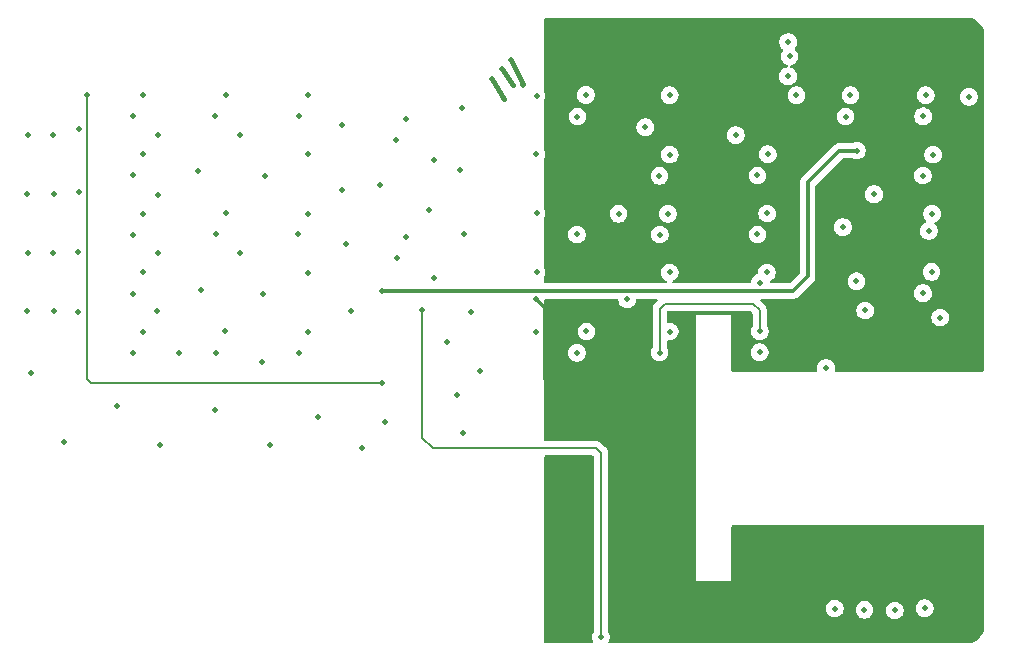
<source format=gbr>
%TF.GenerationSoftware,KiCad,Pcbnew,9.0.5*%
%TF.CreationDate,2025-11-23T18:29:56+02:00*%
%TF.ProjectId,Business_Card,42757369-6e65-4737-935f-436172642e6b,rev?*%
%TF.SameCoordinates,Original*%
%TF.FileFunction,Copper,L3,Inr*%
%TF.FilePolarity,Positive*%
%FSLAX46Y46*%
G04 Gerber Fmt 4.6, Leading zero omitted, Abs format (unit mm)*
G04 Created by KiCad (PCBNEW 9.0.5) date 2025-11-23 18:29:56*
%MOMM*%
%LPD*%
G01*
G04 APERTURE LIST*
%TA.AperFunction,Conductor*%
%ADD10C,0.400000*%
%TD*%
%TA.AperFunction,ViaPad*%
%ADD11C,0.500000*%
%TD*%
%TA.AperFunction,Conductor*%
%ADD12C,0.200000*%
%TD*%
%TA.AperFunction,Conductor*%
%ADD13C,0.300000*%
%TD*%
G04 APERTURE END LIST*
D10*
%TO.N,/ANTENNA*%
X124780415Y-94379999D02*
X123806541Y-92707913D01*
X124606541Y-91907913D02*
X125580209Y-93210000D01*
X126380212Y-93189999D02*
X125406547Y-91107913D01*
%TD*%
D11*
%TO.N,+5V*%
X154630000Y-109860000D03*
%TO.N,GND*%
X87540000Y-123470000D03*
X130270000Y-128380000D03*
X146400000Y-117154076D03*
X138390000Y-138620000D03*
X144090000Y-88770000D03*
X155250000Y-97550000D03*
X112810000Y-124010000D03*
X144730000Y-107540000D03*
X149400000Y-107350000D03*
X95460000Y-107450000D03*
X102420000Y-97430000D03*
X130100000Y-122320000D03*
X137190000Y-97940000D03*
X158910000Y-107514076D03*
X134160000Y-100180000D03*
X151810000Y-102370000D03*
X156670000Y-117104076D03*
X120810000Y-119480000D03*
X149800000Y-111430000D03*
X111410000Y-106720000D03*
X104290000Y-116650000D03*
X95700000Y-123720000D03*
X135560000Y-125230000D03*
X149360000Y-96930000D03*
X88720000Y-112450000D03*
X114320000Y-101720000D03*
X104980000Y-123720000D03*
X149170000Y-117154076D03*
X153860000Y-117144076D03*
X164880000Y-100110000D03*
X109060000Y-121330000D03*
X137600000Y-88590000D03*
X119940000Y-114970000D03*
X141980000Y-108720000D03*
X92030000Y-120420000D03*
X135190000Y-118830000D03*
X95520000Y-97500000D03*
X164470000Y-135990000D03*
X88790000Y-96940000D03*
X98860000Y-100480000D03*
X102460000Y-107470000D03*
X141990000Y-102500000D03*
X129810000Y-100090000D03*
X118870000Y-109570000D03*
X135560000Y-133580000D03*
X99130000Y-110550000D03*
X95460000Y-102510000D03*
X88750000Y-107340000D03*
X100320000Y-120750000D03*
X165050000Y-107600000D03*
X164140000Y-105044076D03*
X118410000Y-103860000D03*
X130640000Y-88590000D03*
X129990000Y-137750000D03*
X144940000Y-102520000D03*
X111080000Y-102150000D03*
X111820000Y-112410000D03*
X133980000Y-108160000D03*
X127500000Y-111379000D03*
X133010000Y-118150000D03*
X152100000Y-108840000D03*
X95440000Y-112330000D03*
X164340000Y-112150000D03*
X111080000Y-96660000D03*
X162950000Y-139290000D03*
X164260000Y-88560000D03*
X164960000Y-116924076D03*
X146330000Y-136340000D03*
X118870000Y-99590000D03*
X150040000Y-99990000D03*
X138562422Y-96561470D03*
X114750000Y-121740000D03*
X97270000Y-115940000D03*
X160910000Y-102550000D03*
X121350000Y-122690000D03*
X88770000Y-102300000D03*
%TO.N,/LED*%
X133000000Y-139950000D03*
X117870000Y-112290000D03*
%TO.N,Net-(D1-DOUT)*%
X114480000Y-118440000D03*
X89490000Y-94120000D03*
%TO.N,Net-(D2-DOUT)*%
X86590000Y-97450000D03*
X84510000Y-97450000D03*
%TO.N,Net-(D3-DOUT)*%
X84410418Y-102470000D03*
X86690000Y-102500000D03*
%TO.N,Net-(D4-DOUT)*%
X84500000Y-107460000D03*
X86580000Y-107460000D03*
%TO.N,Net-(D5-DOUT)*%
X84410418Y-112350000D03*
X86690000Y-112350000D03*
%TO.N,Net-(D6-DOUT)*%
X94190000Y-114130000D03*
X84720000Y-117660000D03*
%TO.N,Net-(D7-DOUT)*%
X93409501Y-115888712D03*
X94190000Y-109100000D03*
%TO.N,Net-(D8-DOUT)*%
X94230000Y-104130000D03*
X93370000Y-110890000D03*
%TO.N,Net-(D10-DIN)*%
X93370000Y-105900000D03*
X94190000Y-99100000D03*
%TO.N,Net-(D10-DOUT)*%
X93370000Y-100890000D03*
X94220000Y-94110000D03*
%TO.N,Net-(D11-DOUT)*%
X101220000Y-94110000D03*
X93360000Y-95900000D03*
%TO.N,Net-(D12-DOUT)*%
X100350000Y-95900000D03*
X108200000Y-94110000D03*
%TO.N,Net-(D13-DOUT)*%
X108200000Y-99110000D03*
X107400000Y-95880000D03*
%TO.N,Net-(D14-DOUT)*%
X104540000Y-100900000D03*
X101230000Y-104080000D03*
%TO.N,Net-(D15-DOUT)*%
X108220000Y-104120000D03*
X100430000Y-105890000D03*
%TO.N,Net-(D16-DOUT)*%
X107360000Y-105880000D03*
X108220000Y-109120000D03*
%TO.N,Net-(D17-DOUT)*%
X101170000Y-114080000D03*
X104360000Y-110930000D03*
%TO.N,Net-(D18-DOUT)*%
X100370000Y-115890000D03*
X108220000Y-114110000D03*
%TO.N,Net-(D19-DOUT)*%
X107420000Y-115890000D03*
X116460000Y-106110000D03*
%TO.N,Net-(D20-DOUT)*%
X116460000Y-96100000D03*
X115720000Y-107870000D03*
%TO.N,Net-(D21-DOUT)*%
X127520000Y-114110000D03*
X115670000Y-97900000D03*
%TO.N,Net-(D22-DOUT)*%
X122770000Y-117460000D03*
X127550000Y-109100000D03*
%TO.N,Net-(D23-DOUT)*%
X121980000Y-112460000D03*
X127550000Y-104090000D03*
%TO.N,Net-(D24-DOUT)*%
X127530000Y-99090000D03*
X121400000Y-105880000D03*
%TO.N,Net-(D25-DOUT)*%
X121100000Y-100400000D03*
X127550000Y-94130000D03*
%TO.N,Net-(D26-DOUT)*%
X131720000Y-94080000D03*
X121270000Y-95190000D03*
%TO.N,Net-(D27-DOUT)*%
X131010000Y-95910000D03*
X138820000Y-94100000D03*
%TO.N,Net-(D28-DOUT)*%
X136760000Y-96810000D03*
X138820000Y-99130000D03*
%TO.N,Net-(D29-DOUT)*%
X137960000Y-100920000D03*
X134490000Y-104130000D03*
%TO.N,Net-(D30-DOUT)*%
X138670000Y-104140000D03*
X130970000Y-105890000D03*
%TO.N,Net-(D31-DOUT)*%
X138820000Y-109100000D03*
X137980000Y-105900000D03*
%TO.N,Net-(D32-DOUT)*%
X131780000Y-114100000D03*
X135220000Y-111380000D03*
%TO.N,Net-(D33-DOUT)*%
X138820000Y-114110000D03*
X130970000Y-115910000D03*
%TO.N,Net-(D34-DOUT)*%
X146460000Y-114080000D03*
X137970000Y-115890000D03*
%TO.N,Net-(D35-DOUT)*%
X146440000Y-115870000D03*
X147060000Y-109100000D03*
%TO.N,Net-(D36-DOUT)*%
X146430000Y-109979000D03*
X147080000Y-104110000D03*
%TO.N,Net-(D37-DOUT)*%
X146250000Y-105890000D03*
X147130000Y-99100000D03*
%TO.N,Net-(D38-DOUT)*%
X146250000Y-100890000D03*
X149550000Y-94110000D03*
%TO.N,Net-(D39-DOUT)*%
X144420000Y-97480000D03*
X154130000Y-94100000D03*
%TO.N,Net-(D40-DOUT)*%
X160510000Y-94100000D03*
X153720000Y-95910000D03*
%TO.N,Net-(D41-DOUT)*%
X160280000Y-95890000D03*
X161120000Y-99130000D03*
%TO.N,Net-(D42-DOUT)*%
X156120415Y-102490000D03*
X160260000Y-100900000D03*
%TO.N,Net-(D43-DOUT)*%
X153490000Y-105260000D03*
X161040000Y-104140000D03*
%TO.N,Net-(D44-DOUT)*%
X161000000Y-109060000D03*
X160760000Y-105590000D03*
%TO.N,/INT*%
X157880415Y-137719999D03*
X148840415Y-92499999D03*
%TO.N,/SCL*%
X152790415Y-137559999D03*
X148970415Y-90800825D03*
%TO.N,/SDA*%
X155310415Y-137659999D03*
X148870415Y-89599999D03*
%TO.N,/ANTENNA*%
X126381875Y-93192973D03*
X124606541Y-91907913D03*
X123806541Y-92707913D03*
X125406547Y-91107913D03*
X125580209Y-93210000D03*
X124780415Y-94379999D03*
%TO.N,/LED1_PWR*%
X154670415Y-98789999D03*
X114500000Y-110680000D03*
%TO.N,/BTN*%
X160410415Y-137539999D03*
X164160415Y-94229999D03*
%TO.N,Net-(D45-DOUT)*%
X160270000Y-110860000D03*
X155370000Y-112320000D03*
%TO.N,Net-(D46-DOUT)*%
X161730000Y-112920000D03*
X152060000Y-117204076D03*
%TD*%
D12*
%TO.N,GND*%
X133000000Y-118140000D02*
X133010000Y-118150000D01*
D13*
X127500000Y-111379000D02*
X128230000Y-112109000D01*
X128230000Y-118140000D02*
X133000000Y-118140000D01*
X128230000Y-112109000D02*
X128230000Y-118140000D01*
D12*
%TO.N,/LED*%
X133000000Y-124370000D02*
X132620000Y-123990000D01*
X117870000Y-123080000D02*
X117870000Y-112290000D01*
X133000000Y-139950000D02*
X133000000Y-124370000D01*
X132620000Y-123990000D02*
X118780000Y-123990000D01*
X118780000Y-123990000D02*
X117870000Y-123080000D01*
%TO.N,Net-(D1-DOUT)*%
X89840000Y-118440000D02*
X114480000Y-118440000D01*
X89490000Y-118090000D02*
X89840000Y-118440000D01*
X89490000Y-94120000D02*
X89490000Y-118090000D01*
%TO.N,Net-(D34-DOUT)*%
X138420000Y-111740000D02*
X145880000Y-111740000D01*
X146460000Y-112320000D02*
X146460000Y-114080000D01*
X137970000Y-115890000D02*
X137970000Y-112190000D01*
X137970000Y-112190000D02*
X138420000Y-111740000D01*
X145880000Y-111740000D02*
X146460000Y-112320000D01*
D13*
%TO.N,/LED1_PWR*%
X150510000Y-101480000D02*
X153200001Y-98789999D01*
X114500000Y-110680000D02*
X114501000Y-110679000D01*
X149271000Y-110679000D02*
X150510000Y-109440000D01*
X153200001Y-98789999D02*
X154670415Y-98789999D01*
X150510000Y-109440000D02*
X150510000Y-101480000D01*
X114501000Y-110679000D02*
X149271000Y-110679000D01*
%TD*%
%TA.AperFunction,Conductor*%
%TO.N,GND*%
G36*
X132342539Y-124610185D02*
G01*
X132388294Y-124662989D01*
X132399500Y-124714500D01*
X132399500Y-139460232D01*
X132379815Y-139527271D01*
X132378603Y-139529122D01*
X132334914Y-139594508D01*
X132278343Y-139731082D01*
X132278340Y-139731092D01*
X132249500Y-139876079D01*
X132249500Y-139876082D01*
X132249500Y-140023918D01*
X132249500Y-140023920D01*
X132249499Y-140023920D01*
X132278340Y-140168907D01*
X132278343Y-140168917D01*
X132334912Y-140305488D01*
X132334920Y-140305503D01*
X132349022Y-140326607D01*
X132369901Y-140393284D01*
X132351417Y-140460665D01*
X132299439Y-140507355D01*
X132245921Y-140519499D01*
X128334000Y-140519499D01*
X128266961Y-140499814D01*
X128221206Y-140447010D01*
X128210000Y-140395499D01*
X128210000Y-124714500D01*
X128229685Y-124647461D01*
X128282489Y-124601706D01*
X128334000Y-124590500D01*
X132275500Y-124590500D01*
X132342539Y-124610185D01*
G37*
%TD.AperFunction*%
%TA.AperFunction,Conductor*%
G36*
X163964828Y-87520814D02*
G01*
X164164968Y-87535130D01*
X164182473Y-87537647D01*
X164374198Y-87579356D01*
X164391172Y-87584339D01*
X164575022Y-87652913D01*
X164591097Y-87660254D01*
X164763315Y-87754294D01*
X164778194Y-87763856D01*
X164935268Y-87881441D01*
X164948639Y-87893027D01*
X165087382Y-88031771D01*
X165098967Y-88045142D01*
X165216546Y-88202210D01*
X165226111Y-88217093D01*
X165320144Y-88389302D01*
X165327494Y-88405396D01*
X165396062Y-88589235D01*
X165401046Y-88606210D01*
X165442752Y-88797932D01*
X165445270Y-88815443D01*
X165447706Y-88849499D01*
X165455184Y-88954054D01*
X165459599Y-89015771D01*
X165459915Y-89024618D01*
X165459915Y-117370076D01*
X165440230Y-117437115D01*
X165387426Y-117482870D01*
X165335915Y-117494076D01*
X152918613Y-117494076D01*
X152851574Y-117474391D01*
X152805819Y-117421587D01*
X152795875Y-117352429D01*
X152796996Y-117345884D01*
X152810500Y-117277996D01*
X152810500Y-117130155D01*
X152781659Y-116985168D01*
X152781658Y-116985167D01*
X152781658Y-116985163D01*
X152781656Y-116985158D01*
X152725087Y-116848587D01*
X152725080Y-116848574D01*
X152642951Y-116725660D01*
X152642948Y-116725656D01*
X152538419Y-116621127D01*
X152538415Y-116621124D01*
X152415501Y-116538995D01*
X152415488Y-116538988D01*
X152278917Y-116482419D01*
X152278907Y-116482416D01*
X152133920Y-116453576D01*
X152133918Y-116453576D01*
X151986082Y-116453576D01*
X151986080Y-116453576D01*
X151841092Y-116482416D01*
X151841082Y-116482419D01*
X151704511Y-116538988D01*
X151704498Y-116538995D01*
X151581584Y-116621124D01*
X151581580Y-116621127D01*
X151477051Y-116725656D01*
X151477048Y-116725660D01*
X151394919Y-116848574D01*
X151394912Y-116848587D01*
X151338343Y-116985158D01*
X151338340Y-116985168D01*
X151309500Y-117130155D01*
X151309500Y-117130158D01*
X151309500Y-117277994D01*
X151309500Y-117277996D01*
X151309499Y-117277996D01*
X151323004Y-117345884D01*
X151316777Y-117415476D01*
X151273914Y-117470653D01*
X151208025Y-117493898D01*
X151201387Y-117494076D01*
X144179477Y-117494076D01*
X144112438Y-117474391D01*
X144066683Y-117421587D01*
X144055477Y-117370076D01*
X144055477Y-115943920D01*
X145689499Y-115943920D01*
X145718340Y-116088907D01*
X145718343Y-116088917D01*
X145774912Y-116225488D01*
X145774919Y-116225501D01*
X145857048Y-116348415D01*
X145857051Y-116348419D01*
X145961580Y-116452948D01*
X145961584Y-116452951D01*
X146084498Y-116535080D01*
X146084511Y-116535087D01*
X146221082Y-116591656D01*
X146221087Y-116591658D01*
X146221091Y-116591658D01*
X146221092Y-116591659D01*
X146366079Y-116620500D01*
X146366082Y-116620500D01*
X146513920Y-116620500D01*
X146611462Y-116601096D01*
X146658913Y-116591658D01*
X146795495Y-116535084D01*
X146918416Y-116452951D01*
X147022951Y-116348416D01*
X147105084Y-116225495D01*
X147161658Y-116088913D01*
X147182543Y-115983920D01*
X147190500Y-115943920D01*
X147190500Y-115796079D01*
X147161659Y-115651092D01*
X147161658Y-115651091D01*
X147161658Y-115651087D01*
X147121650Y-115554498D01*
X147105087Y-115514511D01*
X147105080Y-115514498D01*
X147022951Y-115391584D01*
X147022948Y-115391580D01*
X146918419Y-115287051D01*
X146918415Y-115287048D01*
X146795501Y-115204919D01*
X146795488Y-115204912D01*
X146658917Y-115148343D01*
X146658907Y-115148340D01*
X146513920Y-115119500D01*
X146513918Y-115119500D01*
X146366082Y-115119500D01*
X146366080Y-115119500D01*
X146221092Y-115148340D01*
X146221082Y-115148343D01*
X146084511Y-115204912D01*
X146084498Y-115204919D01*
X145961584Y-115287048D01*
X145961580Y-115287051D01*
X145857051Y-115391580D01*
X145857048Y-115391584D01*
X145774919Y-115514498D01*
X145774912Y-115514511D01*
X145718343Y-115651082D01*
X145718340Y-115651092D01*
X145689500Y-115796079D01*
X145689500Y-115796082D01*
X145689500Y-115943918D01*
X145689500Y-115943920D01*
X145689499Y-115943920D01*
X144055477Y-115943920D01*
X144055477Y-112735855D01*
X141055477Y-112735855D01*
X141055477Y-135255855D01*
X144055477Y-135255855D01*
X144055477Y-130618076D01*
X144075162Y-130551037D01*
X144127966Y-130505282D01*
X144179477Y-130494076D01*
X165335915Y-130494076D01*
X165402954Y-130513761D01*
X165448709Y-130566565D01*
X165459915Y-130618076D01*
X165459915Y-139015571D01*
X165459599Y-139024417D01*
X165445284Y-139224557D01*
X165442766Y-139242069D01*
X165401060Y-139433790D01*
X165396076Y-139450765D01*
X165327504Y-139634614D01*
X165320155Y-139650706D01*
X165226123Y-139822914D01*
X165216561Y-139837794D01*
X165098978Y-139994866D01*
X165087393Y-140008236D01*
X164948648Y-140146983D01*
X164935277Y-140158569D01*
X164778205Y-140276152D01*
X164763322Y-140285717D01*
X164591113Y-140379752D01*
X164575019Y-140387102D01*
X164391177Y-140455672D01*
X164374202Y-140460656D01*
X164182479Y-140502365D01*
X164164967Y-140504883D01*
X163965053Y-140519183D01*
X163956206Y-140519499D01*
X133754079Y-140519499D01*
X133687040Y-140499814D01*
X133641285Y-140447010D01*
X133631341Y-140377852D01*
X133650978Y-140326607D01*
X133665079Y-140305503D01*
X133665080Y-140305500D01*
X133665084Y-140305495D01*
X133721658Y-140168913D01*
X133750500Y-140023918D01*
X133750500Y-139876082D01*
X133750500Y-139876079D01*
X133721659Y-139731092D01*
X133721658Y-139731091D01*
X133721658Y-139731087D01*
X133665084Y-139594505D01*
X133621396Y-139529121D01*
X133600520Y-139462444D01*
X133600500Y-139460232D01*
X133600500Y-137633919D01*
X152039914Y-137633919D01*
X152068755Y-137778906D01*
X152068758Y-137778916D01*
X152125327Y-137915487D01*
X152125334Y-137915500D01*
X152207463Y-138038414D01*
X152207466Y-138038418D01*
X152311995Y-138142947D01*
X152311999Y-138142950D01*
X152434913Y-138225079D01*
X152434926Y-138225086D01*
X152571497Y-138281655D01*
X152571502Y-138281657D01*
X152571506Y-138281657D01*
X152571507Y-138281658D01*
X152716494Y-138310499D01*
X152716497Y-138310499D01*
X152864335Y-138310499D01*
X152964877Y-138290499D01*
X153009328Y-138281657D01*
X153145910Y-138225083D01*
X153268831Y-138142950D01*
X153373366Y-138038415D01*
X153455499Y-137915494D01*
X153512073Y-137778912D01*
X153521022Y-137733919D01*
X154559914Y-137733919D01*
X154588755Y-137878906D01*
X154588758Y-137878916D01*
X154645327Y-138015487D01*
X154645334Y-138015500D01*
X154727463Y-138138414D01*
X154727466Y-138138418D01*
X154831995Y-138242947D01*
X154831999Y-138242950D01*
X154954913Y-138325079D01*
X154954926Y-138325086D01*
X155091497Y-138381655D01*
X155091502Y-138381657D01*
X155091506Y-138381657D01*
X155091507Y-138381658D01*
X155236494Y-138410499D01*
X155236497Y-138410499D01*
X155384335Y-138410499D01*
X155481877Y-138391095D01*
X155529328Y-138381657D01*
X155665910Y-138325083D01*
X155788831Y-138242950D01*
X155893366Y-138138415D01*
X155975499Y-138015494D01*
X156032073Y-137878912D01*
X156048980Y-137793919D01*
X157129914Y-137793919D01*
X157158755Y-137938906D01*
X157158758Y-137938916D01*
X157215327Y-138075487D01*
X157215334Y-138075500D01*
X157297463Y-138198414D01*
X157297466Y-138198418D01*
X157401995Y-138302947D01*
X157401999Y-138302950D01*
X157524913Y-138385079D01*
X157524926Y-138385086D01*
X157661497Y-138441655D01*
X157661502Y-138441657D01*
X157661506Y-138441657D01*
X157661507Y-138441658D01*
X157806494Y-138470499D01*
X157806497Y-138470499D01*
X157954335Y-138470499D01*
X158051877Y-138451095D01*
X158099328Y-138441657D01*
X158235910Y-138385083D01*
X158358831Y-138302950D01*
X158463366Y-138198415D01*
X158545499Y-138075494D01*
X158602073Y-137938912D01*
X158630915Y-137793917D01*
X158630915Y-137646081D01*
X158630915Y-137646078D01*
X158624518Y-137613919D01*
X159659914Y-137613919D01*
X159688755Y-137758906D01*
X159688758Y-137758916D01*
X159745327Y-137895487D01*
X159745334Y-137895500D01*
X159827463Y-138018414D01*
X159827466Y-138018418D01*
X159931995Y-138122947D01*
X159931999Y-138122950D01*
X160054913Y-138205079D01*
X160054926Y-138205086D01*
X160146339Y-138242950D01*
X160191502Y-138261657D01*
X160191506Y-138261657D01*
X160191507Y-138261658D01*
X160336494Y-138290499D01*
X160336497Y-138290499D01*
X160484335Y-138290499D01*
X160581877Y-138271095D01*
X160629328Y-138261657D01*
X160765910Y-138205083D01*
X160888831Y-138122950D01*
X160993366Y-138018415D01*
X161075499Y-137895494D01*
X161082368Y-137878912D01*
X161088317Y-137864546D01*
X161132073Y-137758912D01*
X161154518Y-137646078D01*
X161160915Y-137613919D01*
X161160915Y-137466078D01*
X161132074Y-137321091D01*
X161132073Y-137321090D01*
X161132073Y-137321086D01*
X161099142Y-137241583D01*
X161075502Y-137184510D01*
X161075495Y-137184497D01*
X160993366Y-137061583D01*
X160993363Y-137061579D01*
X160888834Y-136957050D01*
X160888830Y-136957047D01*
X160765916Y-136874918D01*
X160765903Y-136874911D01*
X160629332Y-136818342D01*
X160629322Y-136818339D01*
X160484335Y-136789499D01*
X160484333Y-136789499D01*
X160336497Y-136789499D01*
X160336495Y-136789499D01*
X160191507Y-136818339D01*
X160191497Y-136818342D01*
X160054926Y-136874911D01*
X160054913Y-136874918D01*
X159931999Y-136957047D01*
X159931995Y-136957050D01*
X159827466Y-137061579D01*
X159827463Y-137061583D01*
X159745334Y-137184497D01*
X159745327Y-137184510D01*
X159688758Y-137321081D01*
X159688755Y-137321091D01*
X159659915Y-137466078D01*
X159659915Y-137466081D01*
X159659915Y-137613917D01*
X159659915Y-137613919D01*
X159659914Y-137613919D01*
X158624518Y-137613919D01*
X158602073Y-137501086D01*
X158545502Y-137364510D01*
X158545495Y-137364497D01*
X158463366Y-137241583D01*
X158463363Y-137241579D01*
X158358834Y-137137050D01*
X158358830Y-137137047D01*
X158235916Y-137054918D01*
X158235903Y-137054911D01*
X158099332Y-136998342D01*
X158099322Y-136998339D01*
X157954335Y-136969499D01*
X157954333Y-136969499D01*
X157806497Y-136969499D01*
X157806495Y-136969499D01*
X157661507Y-136998339D01*
X157661497Y-136998342D01*
X157524926Y-137054911D01*
X157524913Y-137054918D01*
X157401999Y-137137047D01*
X157401995Y-137137050D01*
X157297466Y-137241579D01*
X157297463Y-137241583D01*
X157215334Y-137364497D01*
X157215327Y-137364510D01*
X157158758Y-137501081D01*
X157158755Y-137501091D01*
X157129915Y-137646078D01*
X157129915Y-137646081D01*
X157129915Y-137793917D01*
X157129915Y-137793919D01*
X157129914Y-137793919D01*
X156048980Y-137793919D01*
X156051966Y-137778906D01*
X156060915Y-137733919D01*
X156060915Y-137586078D01*
X156032074Y-137441091D01*
X156032073Y-137441090D01*
X156032073Y-137441086D01*
X156032071Y-137441081D01*
X155975502Y-137304510D01*
X155975495Y-137304497D01*
X155893366Y-137181583D01*
X155893363Y-137181579D01*
X155788834Y-137077050D01*
X155788830Y-137077047D01*
X155665916Y-136994918D01*
X155665903Y-136994911D01*
X155529332Y-136938342D01*
X155529322Y-136938339D01*
X155384335Y-136909499D01*
X155384333Y-136909499D01*
X155236497Y-136909499D01*
X155236495Y-136909499D01*
X155091507Y-136938339D01*
X155091497Y-136938342D01*
X154954926Y-136994911D01*
X154954913Y-136994918D01*
X154831999Y-137077047D01*
X154831995Y-137077050D01*
X154727466Y-137181579D01*
X154727463Y-137181583D01*
X154645334Y-137304497D01*
X154645327Y-137304510D01*
X154588758Y-137441081D01*
X154588755Y-137441091D01*
X154559915Y-137586078D01*
X154559915Y-137586081D01*
X154559915Y-137733917D01*
X154559915Y-137733919D01*
X154559914Y-137733919D01*
X153521022Y-137733919D01*
X153521511Y-137731461D01*
X153540915Y-137633919D01*
X153540915Y-137486078D01*
X153512074Y-137341091D01*
X153512073Y-137341090D01*
X153512073Y-137341086D01*
X153496920Y-137304504D01*
X153455502Y-137204510D01*
X153455495Y-137204497D01*
X153373366Y-137081583D01*
X153373363Y-137081579D01*
X153268834Y-136977050D01*
X153268830Y-136977047D01*
X153145916Y-136894918D01*
X153145903Y-136894911D01*
X153009332Y-136838342D01*
X153009322Y-136838339D01*
X152864335Y-136809499D01*
X152864333Y-136809499D01*
X152716497Y-136809499D01*
X152716495Y-136809499D01*
X152571507Y-136838339D01*
X152571497Y-136838342D01*
X152434926Y-136894911D01*
X152434913Y-136894918D01*
X152311999Y-136977047D01*
X152311995Y-136977050D01*
X152207466Y-137081579D01*
X152207463Y-137081583D01*
X152125334Y-137204497D01*
X152125327Y-137204510D01*
X152068758Y-137341081D01*
X152068755Y-137341091D01*
X152039915Y-137486078D01*
X152039915Y-137486081D01*
X152039915Y-137633917D01*
X152039915Y-137633919D01*
X152039914Y-137633919D01*
X133600500Y-137633919D01*
X133600500Y-124290945D01*
X133600500Y-124290943D01*
X133559577Y-124138216D01*
X133559577Y-124138215D01*
X133542700Y-124108985D01*
X133519648Y-124069056D01*
X133519647Y-124069055D01*
X133480521Y-124001286D01*
X133480520Y-124001284D01*
X133368716Y-123889480D01*
X133368715Y-123889479D01*
X133364385Y-123885149D01*
X133364374Y-123885139D01*
X133107590Y-123628355D01*
X133107588Y-123628352D01*
X132988717Y-123509481D01*
X132988716Y-123509480D01*
X132901904Y-123459360D01*
X132901904Y-123459359D01*
X132901900Y-123459358D01*
X132851785Y-123430423D01*
X132699057Y-123389499D01*
X132540943Y-123389499D01*
X132533347Y-123389499D01*
X132533331Y-123389500D01*
X128334000Y-123389500D01*
X128266961Y-123369815D01*
X128221206Y-123317011D01*
X128210000Y-123265500D01*
X128210000Y-115983920D01*
X130219499Y-115983920D01*
X130248340Y-116128907D01*
X130248343Y-116128917D01*
X130304912Y-116265488D01*
X130304919Y-116265501D01*
X130387048Y-116388415D01*
X130387051Y-116388419D01*
X130491580Y-116492948D01*
X130491584Y-116492951D01*
X130614498Y-116575080D01*
X130614511Y-116575087D01*
X130751082Y-116631656D01*
X130751087Y-116631658D01*
X130751091Y-116631658D01*
X130751092Y-116631659D01*
X130896079Y-116660500D01*
X130896082Y-116660500D01*
X131043920Y-116660500D01*
X131144462Y-116640500D01*
X131188913Y-116631658D01*
X131325495Y-116575084D01*
X131448416Y-116492951D01*
X131552951Y-116388416D01*
X131635084Y-116265495D01*
X131691658Y-116128913D01*
X131720500Y-115983918D01*
X131720500Y-115836082D01*
X131720500Y-115836079D01*
X131691659Y-115691092D01*
X131691658Y-115691091D01*
X131691658Y-115691087D01*
X131675092Y-115651092D01*
X131635087Y-115554511D01*
X131635080Y-115554498D01*
X131552951Y-115431584D01*
X131552948Y-115431580D01*
X131448419Y-115327051D01*
X131448415Y-115327048D01*
X131325501Y-115244919D01*
X131325488Y-115244912D01*
X131188917Y-115188343D01*
X131188907Y-115188340D01*
X131043920Y-115159500D01*
X131043918Y-115159500D01*
X130896082Y-115159500D01*
X130896080Y-115159500D01*
X130751092Y-115188340D01*
X130751082Y-115188343D01*
X130614511Y-115244912D01*
X130614498Y-115244919D01*
X130491584Y-115327048D01*
X130491580Y-115327051D01*
X130387051Y-115431580D01*
X130387048Y-115431584D01*
X130304919Y-115554498D01*
X130304912Y-115554511D01*
X130248343Y-115691082D01*
X130248340Y-115691092D01*
X130219500Y-115836079D01*
X130219500Y-115836082D01*
X130219500Y-115983918D01*
X130219500Y-115983920D01*
X130219499Y-115983920D01*
X128210000Y-115983920D01*
X128210000Y-114430007D01*
X128219439Y-114382554D01*
X128241658Y-114328913D01*
X128270500Y-114183918D01*
X128270500Y-114173920D01*
X131029499Y-114173920D01*
X131058340Y-114318907D01*
X131058343Y-114318917D01*
X131114912Y-114455488D01*
X131114919Y-114455501D01*
X131197048Y-114578415D01*
X131197051Y-114578419D01*
X131301580Y-114682948D01*
X131301584Y-114682951D01*
X131424498Y-114765080D01*
X131424511Y-114765087D01*
X131554641Y-114818988D01*
X131561087Y-114821658D01*
X131561091Y-114821658D01*
X131561092Y-114821659D01*
X131706079Y-114850500D01*
X131706082Y-114850500D01*
X131853920Y-114850500D01*
X131954462Y-114830500D01*
X131998913Y-114821658D01*
X132111353Y-114775084D01*
X132135488Y-114765087D01*
X132135488Y-114765086D01*
X132135495Y-114765084D01*
X132258416Y-114682951D01*
X132362951Y-114578416D01*
X132445084Y-114455495D01*
X132501658Y-114318913D01*
X132511096Y-114271462D01*
X132530500Y-114173920D01*
X132530500Y-114026079D01*
X132501659Y-113881092D01*
X132501658Y-113881091D01*
X132501658Y-113881087D01*
X132472808Y-113811436D01*
X132445087Y-113744511D01*
X132445080Y-113744498D01*
X132362951Y-113621584D01*
X132362948Y-113621580D01*
X132258419Y-113517051D01*
X132258415Y-113517048D01*
X132135501Y-113434919D01*
X132135488Y-113434912D01*
X131998917Y-113378343D01*
X131998907Y-113378340D01*
X131853920Y-113349500D01*
X131853918Y-113349500D01*
X131706082Y-113349500D01*
X131706080Y-113349500D01*
X131561092Y-113378340D01*
X131561082Y-113378343D01*
X131424511Y-113434912D01*
X131424498Y-113434919D01*
X131301584Y-113517048D01*
X131301580Y-113517051D01*
X131197051Y-113621580D01*
X131197048Y-113621584D01*
X131114919Y-113744498D01*
X131114912Y-113744511D01*
X131058343Y-113881082D01*
X131058340Y-113881092D01*
X131029500Y-114026079D01*
X131029500Y-114026082D01*
X131029500Y-114173918D01*
X131029500Y-114173920D01*
X131029499Y-114173920D01*
X128270500Y-114173920D01*
X128270500Y-114036082D01*
X128241658Y-113891087D01*
X128216124Y-113829444D01*
X128213954Y-113821055D01*
X128214265Y-113811436D01*
X128210000Y-113789992D01*
X128210000Y-111453500D01*
X128229685Y-111386461D01*
X128282489Y-111340706D01*
X128334000Y-111329500D01*
X134345500Y-111329500D01*
X134412539Y-111349185D01*
X134458294Y-111401989D01*
X134468285Y-111447918D01*
X134468903Y-111447858D01*
X134469424Y-111453152D01*
X134469500Y-111453500D01*
X134469500Y-111453918D01*
X134469500Y-111453920D01*
X134469499Y-111453920D01*
X134498340Y-111598907D01*
X134498343Y-111598917D01*
X134554912Y-111735488D01*
X134554919Y-111735501D01*
X134637048Y-111858415D01*
X134637051Y-111858419D01*
X134741580Y-111962948D01*
X134741584Y-111962951D01*
X134864498Y-112045080D01*
X134864511Y-112045087D01*
X135001082Y-112101656D01*
X135001087Y-112101658D01*
X135001091Y-112101658D01*
X135001092Y-112101659D01*
X135146079Y-112130500D01*
X135146082Y-112130500D01*
X135293920Y-112130500D01*
X135392235Y-112110943D01*
X135438913Y-112101658D01*
X135575495Y-112045084D01*
X135698416Y-111962951D01*
X135802951Y-111858416D01*
X135885084Y-111735495D01*
X135941658Y-111598913D01*
X135953142Y-111541181D01*
X135970500Y-111453920D01*
X135970500Y-111453500D01*
X135970562Y-111453287D01*
X135971097Y-111447858D01*
X135972126Y-111447959D01*
X135990185Y-111386461D01*
X136042989Y-111340706D01*
X136094500Y-111329500D01*
X137681902Y-111329500D01*
X137748941Y-111349185D01*
X137794696Y-111401989D01*
X137804640Y-111471147D01*
X137775615Y-111534703D01*
X137769583Y-111541181D01*
X137489481Y-111821282D01*
X137489479Y-111821285D01*
X137452536Y-111885274D01*
X137452535Y-111885276D01*
X137410423Y-111958214D01*
X137408736Y-111964511D01*
X137369499Y-112110943D01*
X137369499Y-112110945D01*
X137369499Y-112279046D01*
X137369500Y-112279059D01*
X137369500Y-115400232D01*
X137349815Y-115467271D01*
X137348603Y-115469122D01*
X137304914Y-115534508D01*
X137248343Y-115671082D01*
X137248340Y-115671092D01*
X137219500Y-115816079D01*
X137219500Y-115816082D01*
X137219500Y-115963918D01*
X137219500Y-115963920D01*
X137219499Y-115963920D01*
X137248340Y-116108907D01*
X137248343Y-116108917D01*
X137304912Y-116245488D01*
X137304919Y-116245501D01*
X137387048Y-116368415D01*
X137387051Y-116368419D01*
X137491580Y-116472948D01*
X137491584Y-116472951D01*
X137614498Y-116555080D01*
X137614511Y-116555087D01*
X137751082Y-116611656D01*
X137751087Y-116611658D01*
X137751091Y-116611658D01*
X137751092Y-116611659D01*
X137896079Y-116640500D01*
X137896082Y-116640500D01*
X138043920Y-116640500D01*
X138144462Y-116620500D01*
X138188913Y-116611658D01*
X138325495Y-116555084D01*
X138448416Y-116472951D01*
X138552951Y-116368416D01*
X138635084Y-116245495D01*
X138691658Y-116108913D01*
X138701096Y-116061462D01*
X138720500Y-115963920D01*
X138720500Y-115816079D01*
X138691659Y-115671092D01*
X138691658Y-115671091D01*
X138691658Y-115671087D01*
X138635084Y-115534505D01*
X138591396Y-115469121D01*
X138570520Y-115402444D01*
X138570500Y-115400232D01*
X138570500Y-114976669D01*
X138590185Y-114909630D01*
X138642989Y-114863875D01*
X138712147Y-114853931D01*
X138718692Y-114855052D01*
X138746080Y-114860500D01*
X138746082Y-114860500D01*
X138893920Y-114860500D01*
X138991462Y-114841096D01*
X139038913Y-114831658D01*
X139175495Y-114775084D01*
X139298416Y-114692951D01*
X139402951Y-114588416D01*
X139485084Y-114465495D01*
X139541658Y-114328913D01*
X139570500Y-114183918D01*
X139570500Y-114036082D01*
X139570500Y-114036079D01*
X139541659Y-113891092D01*
X139541658Y-113891091D01*
X139541658Y-113891087D01*
X139508666Y-113811436D01*
X139485087Y-113754511D01*
X139485080Y-113754498D01*
X139402951Y-113631584D01*
X139402948Y-113631580D01*
X139298419Y-113527051D01*
X139298415Y-113527048D01*
X139175501Y-113444919D01*
X139175488Y-113444912D01*
X139038917Y-113388343D01*
X139038907Y-113388340D01*
X138893920Y-113359500D01*
X138893918Y-113359500D01*
X138746082Y-113359500D01*
X138746081Y-113359500D01*
X138718689Y-113364948D01*
X138649097Y-113358719D01*
X138593921Y-113315855D01*
X138570678Y-113249964D01*
X138570500Y-113243330D01*
X138570500Y-112490097D01*
X138579144Y-112460656D01*
X138585668Y-112430670D01*
X138589422Y-112425654D01*
X138590185Y-112423058D01*
X138606819Y-112402416D01*
X138632416Y-112376819D01*
X138693739Y-112343334D01*
X138720097Y-112340500D01*
X145579903Y-112340500D01*
X145646942Y-112360185D01*
X145667584Y-112376819D01*
X145823181Y-112532416D01*
X145856666Y-112593739D01*
X145859500Y-112620097D01*
X145859500Y-113590232D01*
X145839815Y-113657271D01*
X145838603Y-113659122D01*
X145794914Y-113724508D01*
X145738343Y-113861082D01*
X145738340Y-113861092D01*
X145709500Y-114006079D01*
X145709500Y-114006082D01*
X145709500Y-114153918D01*
X145709500Y-114153920D01*
X145709499Y-114153920D01*
X145738340Y-114298907D01*
X145738343Y-114298917D01*
X145794912Y-114435488D01*
X145794919Y-114435501D01*
X145877048Y-114558415D01*
X145877051Y-114558419D01*
X145981580Y-114662948D01*
X145981584Y-114662951D01*
X146104498Y-114745080D01*
X146104511Y-114745087D01*
X146241082Y-114801656D01*
X146241087Y-114801658D01*
X146241091Y-114801658D01*
X146241092Y-114801659D01*
X146386079Y-114830500D01*
X146386082Y-114830500D01*
X146533920Y-114830500D01*
X146631462Y-114811096D01*
X146678913Y-114801658D01*
X146815495Y-114745084D01*
X146938416Y-114662951D01*
X147042951Y-114558416D01*
X147125084Y-114435495D01*
X147181658Y-114298913D01*
X147204532Y-114183920D01*
X147210500Y-114153920D01*
X147210500Y-114006079D01*
X147181659Y-113861092D01*
X147181658Y-113861091D01*
X147181658Y-113861087D01*
X147125084Y-113724505D01*
X147081396Y-113659121D01*
X147060520Y-113592444D01*
X147060500Y-113590232D01*
X147060500Y-112399060D01*
X147060501Y-112399057D01*
X147060501Y-112393920D01*
X154619499Y-112393920D01*
X154648340Y-112538907D01*
X154648343Y-112538917D01*
X154704912Y-112675488D01*
X154704919Y-112675501D01*
X154787048Y-112798415D01*
X154787051Y-112798419D01*
X154891580Y-112902948D01*
X154891584Y-112902951D01*
X155014498Y-112985080D01*
X155014511Y-112985087D01*
X155151082Y-113041656D01*
X155151087Y-113041658D01*
X155151091Y-113041658D01*
X155151092Y-113041659D01*
X155296079Y-113070500D01*
X155296082Y-113070500D01*
X155443920Y-113070500D01*
X155541462Y-113051096D01*
X155588913Y-113041658D01*
X155704163Y-112993920D01*
X160979499Y-112993920D01*
X161008340Y-113138907D01*
X161008343Y-113138917D01*
X161064912Y-113275488D01*
X161064919Y-113275501D01*
X161147048Y-113398415D01*
X161147051Y-113398419D01*
X161251580Y-113502948D01*
X161251584Y-113502951D01*
X161374498Y-113585080D01*
X161374511Y-113585087D01*
X161486766Y-113631584D01*
X161511087Y-113641658D01*
X161511091Y-113641658D01*
X161511092Y-113641659D01*
X161656079Y-113670500D01*
X161656082Y-113670500D01*
X161803920Y-113670500D01*
X161901462Y-113651096D01*
X161948913Y-113641658D01*
X162085495Y-113585084D01*
X162208416Y-113502951D01*
X162312951Y-113398416D01*
X162395084Y-113275495D01*
X162451658Y-113138913D01*
X162465267Y-113070500D01*
X162480500Y-112993920D01*
X162480500Y-112846079D01*
X162451659Y-112701092D01*
X162451658Y-112701091D01*
X162451658Y-112701087D01*
X162441060Y-112675501D01*
X162395087Y-112564511D01*
X162395080Y-112564498D01*
X162312951Y-112441584D01*
X162312948Y-112441580D01*
X162208419Y-112337051D01*
X162208415Y-112337048D01*
X162085501Y-112254919D01*
X162085488Y-112254912D01*
X161948917Y-112198343D01*
X161948907Y-112198340D01*
X161803920Y-112169500D01*
X161803918Y-112169500D01*
X161656082Y-112169500D01*
X161656080Y-112169500D01*
X161511092Y-112198340D01*
X161511082Y-112198343D01*
X161374511Y-112254912D01*
X161374498Y-112254919D01*
X161251584Y-112337048D01*
X161251580Y-112337051D01*
X161147051Y-112441580D01*
X161147048Y-112441584D01*
X161064919Y-112564498D01*
X161064912Y-112564511D01*
X161008343Y-112701082D01*
X161008340Y-112701092D01*
X160979500Y-112846079D01*
X160979500Y-112846082D01*
X160979500Y-112993918D01*
X160979500Y-112993920D01*
X160979499Y-112993920D01*
X155704163Y-112993920D01*
X155725495Y-112985084D01*
X155848416Y-112902951D01*
X155952951Y-112798416D01*
X156035084Y-112675495D01*
X156091658Y-112538913D01*
X156107225Y-112460656D01*
X156120500Y-112393920D01*
X156120500Y-112246079D01*
X156091659Y-112101092D01*
X156091658Y-112101091D01*
X156091658Y-112101087D01*
X156086326Y-112088215D01*
X156035087Y-111964511D01*
X156035080Y-111964498D01*
X155952951Y-111841584D01*
X155952948Y-111841580D01*
X155848419Y-111737051D01*
X155848415Y-111737048D01*
X155725501Y-111654919D01*
X155725488Y-111654912D01*
X155588917Y-111598343D01*
X155588907Y-111598340D01*
X155443920Y-111569500D01*
X155443918Y-111569500D01*
X155296082Y-111569500D01*
X155296080Y-111569500D01*
X155151092Y-111598340D01*
X155151082Y-111598343D01*
X155014511Y-111654912D01*
X155014498Y-111654919D01*
X154891584Y-111737048D01*
X154891580Y-111737051D01*
X154787051Y-111841580D01*
X154787048Y-111841584D01*
X154704919Y-111964498D01*
X154704912Y-111964511D01*
X154648343Y-112101082D01*
X154648340Y-112101092D01*
X154619500Y-112246079D01*
X154619500Y-112246082D01*
X154619500Y-112393918D01*
X154619500Y-112393920D01*
X154619499Y-112393920D01*
X147060501Y-112393920D01*
X147060501Y-112240943D01*
X147019577Y-112088215D01*
X146986255Y-112030500D01*
X146940520Y-111951284D01*
X146828716Y-111839480D01*
X146828715Y-111839479D01*
X146824385Y-111835149D01*
X146824374Y-111835139D01*
X146530416Y-111541181D01*
X146496931Y-111479858D01*
X146501915Y-111410166D01*
X146543787Y-111354233D01*
X146609251Y-111329816D01*
X146618097Y-111329500D01*
X149335071Y-111329500D01*
X149419615Y-111312682D01*
X149460744Y-111304501D01*
X149579127Y-111255465D01*
X149685669Y-111184277D01*
X149882819Y-110987127D01*
X149936026Y-110933920D01*
X159519499Y-110933920D01*
X159548340Y-111078907D01*
X159548343Y-111078917D01*
X159604912Y-111215488D01*
X159604919Y-111215501D01*
X159687048Y-111338415D01*
X159687051Y-111338419D01*
X159791580Y-111442948D01*
X159791584Y-111442951D01*
X159914498Y-111525080D01*
X159914511Y-111525087D01*
X160021735Y-111569500D01*
X160051087Y-111581658D01*
X160051091Y-111581658D01*
X160051092Y-111581659D01*
X160196079Y-111610500D01*
X160196082Y-111610500D01*
X160343920Y-111610500D01*
X160441462Y-111591096D01*
X160488913Y-111581658D01*
X160625495Y-111525084D01*
X160748416Y-111442951D01*
X160852951Y-111338416D01*
X160935084Y-111215495D01*
X160991658Y-111078913D01*
X161020500Y-110933918D01*
X161020500Y-110786082D01*
X161020500Y-110786079D01*
X160991659Y-110641092D01*
X160991658Y-110641091D01*
X160991658Y-110641087D01*
X160980824Y-110614931D01*
X160935087Y-110504511D01*
X160935080Y-110504498D01*
X160852951Y-110381584D01*
X160852948Y-110381580D01*
X160748419Y-110277051D01*
X160748415Y-110277048D01*
X160625501Y-110194919D01*
X160625488Y-110194912D01*
X160488917Y-110138343D01*
X160488907Y-110138340D01*
X160343920Y-110109500D01*
X160343918Y-110109500D01*
X160196082Y-110109500D01*
X160196080Y-110109500D01*
X160051092Y-110138340D01*
X160051082Y-110138343D01*
X159914511Y-110194912D01*
X159914498Y-110194919D01*
X159791584Y-110277048D01*
X159791580Y-110277051D01*
X159687051Y-110381580D01*
X159687048Y-110381584D01*
X159604919Y-110504498D01*
X159604912Y-110504511D01*
X159548343Y-110641082D01*
X159548340Y-110641092D01*
X159519500Y-110786079D01*
X159519500Y-110786082D01*
X159519500Y-110933918D01*
X159519500Y-110933920D01*
X159519499Y-110933920D01*
X149936026Y-110933920D01*
X150177638Y-110692309D01*
X150936026Y-109933920D01*
X153879499Y-109933920D01*
X153908340Y-110078907D01*
X153908343Y-110078917D01*
X153964912Y-110215488D01*
X153964919Y-110215501D01*
X154047048Y-110338415D01*
X154047051Y-110338419D01*
X154151580Y-110442948D01*
X154151584Y-110442951D01*
X154274498Y-110525080D01*
X154274511Y-110525087D01*
X154411082Y-110581656D01*
X154411087Y-110581658D01*
X154411091Y-110581658D01*
X154411092Y-110581659D01*
X154556079Y-110610500D01*
X154556082Y-110610500D01*
X154703920Y-110610500D01*
X154801462Y-110591096D01*
X154848913Y-110581658D01*
X154985495Y-110525084D01*
X155108416Y-110442951D01*
X155212951Y-110338416D01*
X155295084Y-110215495D01*
X155351658Y-110078913D01*
X155365602Y-110008815D01*
X155380500Y-109933920D01*
X155380500Y-109786079D01*
X155351659Y-109641092D01*
X155351658Y-109641091D01*
X155351658Y-109641087D01*
X155344375Y-109623505D01*
X155295087Y-109504511D01*
X155295080Y-109504498D01*
X155212951Y-109381584D01*
X155212948Y-109381580D01*
X155108419Y-109277051D01*
X155108415Y-109277048D01*
X154985501Y-109194919D01*
X154985488Y-109194912D01*
X154848917Y-109138343D01*
X154848907Y-109138340D01*
X154826686Y-109133920D01*
X160249499Y-109133920D01*
X160278340Y-109278907D01*
X160278343Y-109278917D01*
X160334912Y-109415488D01*
X160334919Y-109415501D01*
X160417048Y-109538415D01*
X160417051Y-109538419D01*
X160521580Y-109642948D01*
X160521584Y-109642951D01*
X160644498Y-109725080D01*
X160644511Y-109725087D01*
X160741076Y-109765085D01*
X160781087Y-109781658D01*
X160781091Y-109781658D01*
X160781092Y-109781659D01*
X160926079Y-109810500D01*
X160926082Y-109810500D01*
X161073920Y-109810500D01*
X161171462Y-109791096D01*
X161218913Y-109781658D01*
X161355495Y-109725084D01*
X161478416Y-109642951D01*
X161582951Y-109538416D01*
X161665084Y-109415495D01*
X161721658Y-109278913D01*
X161735988Y-109206873D01*
X161750500Y-109133920D01*
X161750500Y-108986079D01*
X161721659Y-108841092D01*
X161721658Y-108841091D01*
X161721658Y-108841087D01*
X161666352Y-108707566D01*
X161665087Y-108704511D01*
X161665080Y-108704498D01*
X161582951Y-108581584D01*
X161582948Y-108581580D01*
X161478419Y-108477051D01*
X161478415Y-108477048D01*
X161355501Y-108394919D01*
X161355488Y-108394912D01*
X161218917Y-108338343D01*
X161218907Y-108338340D01*
X161073920Y-108309500D01*
X161073918Y-108309500D01*
X160926082Y-108309500D01*
X160926080Y-108309500D01*
X160781092Y-108338340D01*
X160781082Y-108338343D01*
X160644511Y-108394912D01*
X160644498Y-108394919D01*
X160521584Y-108477048D01*
X160521580Y-108477051D01*
X160417051Y-108581580D01*
X160417048Y-108581584D01*
X160334919Y-108704498D01*
X160334912Y-108704511D01*
X160278343Y-108841082D01*
X160278340Y-108841092D01*
X160249500Y-108986079D01*
X160249500Y-108986082D01*
X160249500Y-109133918D01*
X160249500Y-109133920D01*
X160249499Y-109133920D01*
X154826686Y-109133920D01*
X154703920Y-109109500D01*
X154703918Y-109109500D01*
X154556082Y-109109500D01*
X154556080Y-109109500D01*
X154411092Y-109138340D01*
X154411082Y-109138343D01*
X154274511Y-109194912D01*
X154274498Y-109194919D01*
X154151584Y-109277048D01*
X154151580Y-109277051D01*
X154047051Y-109381580D01*
X154047048Y-109381584D01*
X153964919Y-109504498D01*
X153964912Y-109504511D01*
X153908343Y-109641082D01*
X153908340Y-109641092D01*
X153879500Y-109786079D01*
X153879500Y-109786082D01*
X153879500Y-109933918D01*
X153879500Y-109933920D01*
X153879499Y-109933920D01*
X150936026Y-109933920D01*
X151015272Y-109854674D01*
X151015277Y-109854669D01*
X151086466Y-109748126D01*
X151130030Y-109642951D01*
X151135501Y-109629744D01*
X151136742Y-109623505D01*
X151160500Y-109504071D01*
X151160500Y-105333920D01*
X152739499Y-105333920D01*
X152768340Y-105478907D01*
X152768343Y-105478917D01*
X152824912Y-105615488D01*
X152824919Y-105615501D01*
X152907048Y-105738415D01*
X152907051Y-105738419D01*
X153011580Y-105842948D01*
X153011584Y-105842951D01*
X153134498Y-105925080D01*
X153134511Y-105925087D01*
X153271082Y-105981656D01*
X153271087Y-105981658D01*
X153271091Y-105981658D01*
X153271092Y-105981659D01*
X153416079Y-106010500D01*
X153416082Y-106010500D01*
X153563920Y-106010500D01*
X153661462Y-105991096D01*
X153708913Y-105981658D01*
X153845495Y-105925084D01*
X153968416Y-105842951D01*
X154072951Y-105738416D01*
X154122728Y-105663920D01*
X160009499Y-105663920D01*
X160038340Y-105808907D01*
X160038343Y-105808917D01*
X160094912Y-105945488D01*
X160094919Y-105945501D01*
X160177048Y-106068415D01*
X160177051Y-106068419D01*
X160281580Y-106172948D01*
X160281584Y-106172951D01*
X160404498Y-106255080D01*
X160404511Y-106255087D01*
X160541082Y-106311656D01*
X160541087Y-106311658D01*
X160541091Y-106311658D01*
X160541092Y-106311659D01*
X160686079Y-106340500D01*
X160686082Y-106340500D01*
X160833920Y-106340500D01*
X160931462Y-106321096D01*
X160978913Y-106311658D01*
X161084547Y-106267902D01*
X161115488Y-106255087D01*
X161115488Y-106255086D01*
X161115495Y-106255084D01*
X161238416Y-106172951D01*
X161342951Y-106068416D01*
X161425084Y-105945495D01*
X161433539Y-105925084D01*
X161467560Y-105842948D01*
X161481658Y-105808913D01*
X161491096Y-105761462D01*
X161510500Y-105663920D01*
X161510500Y-105516079D01*
X161481659Y-105371092D01*
X161481658Y-105371091D01*
X161481658Y-105371087D01*
X161459275Y-105317049D01*
X161425087Y-105234511D01*
X161425080Y-105234498D01*
X161342951Y-105111584D01*
X161342948Y-105111580D01*
X161272837Y-105041469D01*
X161239352Y-104980146D01*
X161244336Y-104910454D01*
X161286208Y-104854521D01*
X161313066Y-104839227D01*
X161395489Y-104805087D01*
X161395492Y-104805085D01*
X161395495Y-104805084D01*
X161518416Y-104722951D01*
X161622951Y-104618416D01*
X161705084Y-104495495D01*
X161710495Y-104482433D01*
X161761656Y-104358917D01*
X161761658Y-104358913D01*
X161790500Y-104213918D01*
X161790500Y-104066082D01*
X161790500Y-104066079D01*
X161761659Y-103921092D01*
X161761658Y-103921091D01*
X161761658Y-103921087D01*
X161749230Y-103891082D01*
X161705087Y-103784511D01*
X161705080Y-103784498D01*
X161622951Y-103661584D01*
X161622948Y-103661580D01*
X161518419Y-103557051D01*
X161518415Y-103557048D01*
X161395501Y-103474919D01*
X161395488Y-103474912D01*
X161258917Y-103418343D01*
X161258907Y-103418340D01*
X161113920Y-103389500D01*
X161113918Y-103389500D01*
X160966082Y-103389500D01*
X160966080Y-103389500D01*
X160821092Y-103418340D01*
X160821082Y-103418343D01*
X160684511Y-103474912D01*
X160684498Y-103474919D01*
X160561584Y-103557048D01*
X160561580Y-103557051D01*
X160457051Y-103661580D01*
X160457048Y-103661584D01*
X160374919Y-103784498D01*
X160374912Y-103784511D01*
X160318343Y-103921082D01*
X160318340Y-103921092D01*
X160289500Y-104066079D01*
X160289500Y-104066082D01*
X160289500Y-104213918D01*
X160289500Y-104213920D01*
X160289499Y-104213920D01*
X160318340Y-104358907D01*
X160318343Y-104358917D01*
X160374912Y-104495488D01*
X160374919Y-104495501D01*
X160457048Y-104618415D01*
X160457051Y-104618419D01*
X160527162Y-104688530D01*
X160560647Y-104749853D01*
X160555663Y-104819545D01*
X160513791Y-104875478D01*
X160486934Y-104890772D01*
X160404508Y-104924914D01*
X160404498Y-104924919D01*
X160281584Y-105007048D01*
X160281580Y-105007051D01*
X160177051Y-105111580D01*
X160177048Y-105111584D01*
X160094919Y-105234498D01*
X160094912Y-105234511D01*
X160038343Y-105371082D01*
X160038340Y-105371092D01*
X160009500Y-105516079D01*
X160009500Y-105516082D01*
X160009500Y-105663918D01*
X160009500Y-105663920D01*
X160009499Y-105663920D01*
X154122728Y-105663920D01*
X154155084Y-105615495D01*
X154211658Y-105478913D01*
X154225052Y-105411580D01*
X154240500Y-105333920D01*
X154240500Y-105186079D01*
X154211659Y-105041092D01*
X154211658Y-105041091D01*
X154211658Y-105041087D01*
X154197559Y-105007048D01*
X154155087Y-104904511D01*
X154155080Y-104904498D01*
X154072951Y-104781584D01*
X154072948Y-104781580D01*
X153968419Y-104677051D01*
X153968415Y-104677048D01*
X153845501Y-104594919D01*
X153845488Y-104594912D01*
X153708917Y-104538343D01*
X153708907Y-104538340D01*
X153563920Y-104509500D01*
X153563918Y-104509500D01*
X153416082Y-104509500D01*
X153416080Y-104509500D01*
X153271092Y-104538340D01*
X153271082Y-104538343D01*
X153134511Y-104594912D01*
X153134498Y-104594919D01*
X153011584Y-104677048D01*
X153011580Y-104677051D01*
X152907051Y-104781580D01*
X152907048Y-104781584D01*
X152824919Y-104904498D01*
X152824912Y-104904511D01*
X152768343Y-105041082D01*
X152768340Y-105041092D01*
X152739500Y-105186079D01*
X152739500Y-105186082D01*
X152739500Y-105333918D01*
X152739500Y-105333920D01*
X152739499Y-105333920D01*
X151160500Y-105333920D01*
X151160500Y-102563920D01*
X155369914Y-102563920D01*
X155398755Y-102708907D01*
X155398758Y-102708917D01*
X155455327Y-102845488D01*
X155455334Y-102845501D01*
X155537463Y-102968415D01*
X155537466Y-102968419D01*
X155641995Y-103072948D01*
X155641999Y-103072951D01*
X155764913Y-103155080D01*
X155764926Y-103155087D01*
X155901497Y-103211656D01*
X155901502Y-103211658D01*
X155901506Y-103211658D01*
X155901507Y-103211659D01*
X156046494Y-103240500D01*
X156046497Y-103240500D01*
X156194335Y-103240500D01*
X156291877Y-103221096D01*
X156339328Y-103211658D01*
X156475910Y-103155084D01*
X156598831Y-103072951D01*
X156703366Y-102968416D01*
X156785499Y-102845495D01*
X156842073Y-102708913D01*
X156870915Y-102563918D01*
X156870915Y-102416082D01*
X156870915Y-102416079D01*
X156842074Y-102271092D01*
X156842073Y-102271091D01*
X156842073Y-102271087D01*
X156842071Y-102271082D01*
X156785502Y-102134511D01*
X156785495Y-102134498D01*
X156703366Y-102011584D01*
X156703363Y-102011580D01*
X156598834Y-101907051D01*
X156598830Y-101907048D01*
X156475916Y-101824919D01*
X156475903Y-101824912D01*
X156339332Y-101768343D01*
X156339322Y-101768340D01*
X156194335Y-101739500D01*
X156194333Y-101739500D01*
X156046497Y-101739500D01*
X156046495Y-101739500D01*
X155901507Y-101768340D01*
X155901497Y-101768343D01*
X155764926Y-101824912D01*
X155764913Y-101824919D01*
X155641999Y-101907048D01*
X155641995Y-101907051D01*
X155537466Y-102011580D01*
X155537463Y-102011584D01*
X155455334Y-102134498D01*
X155455327Y-102134511D01*
X155398758Y-102271082D01*
X155398755Y-102271092D01*
X155369915Y-102416079D01*
X155369915Y-102416082D01*
X155369915Y-102563918D01*
X155369915Y-102563920D01*
X155369914Y-102563920D01*
X151160500Y-102563920D01*
X151160500Y-101800808D01*
X151180185Y-101733769D01*
X151196819Y-101713127D01*
X151936026Y-100973920D01*
X159509499Y-100973920D01*
X159538340Y-101118907D01*
X159538343Y-101118917D01*
X159594912Y-101255488D01*
X159594919Y-101255501D01*
X159677048Y-101378415D01*
X159677051Y-101378419D01*
X159781580Y-101482948D01*
X159781584Y-101482951D01*
X159904498Y-101565080D01*
X159904511Y-101565087D01*
X160016947Y-101611659D01*
X160041087Y-101621658D01*
X160041091Y-101621658D01*
X160041092Y-101621659D01*
X160186079Y-101650500D01*
X160186082Y-101650500D01*
X160333920Y-101650500D01*
X160431462Y-101631096D01*
X160478913Y-101621658D01*
X160615495Y-101565084D01*
X160738416Y-101482951D01*
X160842951Y-101378416D01*
X160925084Y-101255495D01*
X160981658Y-101118913D01*
X160992318Y-101065325D01*
X161010500Y-100973920D01*
X161010500Y-100826079D01*
X160981659Y-100681092D01*
X160981658Y-100681091D01*
X160981658Y-100681087D01*
X160933371Y-100564511D01*
X160925087Y-100544511D01*
X160925080Y-100544498D01*
X160842951Y-100421584D01*
X160842948Y-100421580D01*
X160738419Y-100317051D01*
X160738415Y-100317048D01*
X160615501Y-100234919D01*
X160615488Y-100234912D01*
X160478917Y-100178343D01*
X160478907Y-100178340D01*
X160333920Y-100149500D01*
X160333918Y-100149500D01*
X160186082Y-100149500D01*
X160186080Y-100149500D01*
X160041092Y-100178340D01*
X160041082Y-100178343D01*
X159904511Y-100234912D01*
X159904498Y-100234919D01*
X159781584Y-100317048D01*
X159781580Y-100317051D01*
X159677051Y-100421580D01*
X159677048Y-100421584D01*
X159594919Y-100544498D01*
X159594912Y-100544511D01*
X159538343Y-100681082D01*
X159538340Y-100681092D01*
X159509500Y-100826079D01*
X159509500Y-100826082D01*
X159509500Y-100973918D01*
X159509500Y-100973920D01*
X159509499Y-100973920D01*
X151936026Y-100973920D01*
X153433128Y-99476818D01*
X153494451Y-99443333D01*
X153520809Y-99440499D01*
X154256575Y-99440499D01*
X154308935Y-99453613D01*
X154309293Y-99452752D01*
X154314919Y-99455082D01*
X154314920Y-99455083D01*
X154451502Y-99511657D01*
X154451506Y-99511657D01*
X154451507Y-99511658D01*
X154596494Y-99540499D01*
X154596497Y-99540499D01*
X154744335Y-99540499D01*
X154841877Y-99521095D01*
X154889328Y-99511657D01*
X155024901Y-99455501D01*
X155025903Y-99455086D01*
X155025903Y-99455085D01*
X155025910Y-99455083D01*
X155148831Y-99372950D01*
X155253366Y-99268415D01*
X155296460Y-99203920D01*
X160369499Y-99203920D01*
X160398340Y-99348907D01*
X160398343Y-99348917D01*
X160454912Y-99485488D01*
X160454919Y-99485501D01*
X160537048Y-99608415D01*
X160537051Y-99608419D01*
X160641580Y-99712948D01*
X160641584Y-99712951D01*
X160764498Y-99795080D01*
X160764511Y-99795087D01*
X160874149Y-99840500D01*
X160901087Y-99851658D01*
X160901091Y-99851658D01*
X160901092Y-99851659D01*
X161046079Y-99880500D01*
X161046082Y-99880500D01*
X161193920Y-99880500D01*
X161291462Y-99861096D01*
X161338913Y-99851658D01*
X161475495Y-99795084D01*
X161598416Y-99712951D01*
X161702951Y-99608416D01*
X161785084Y-99485495D01*
X161841658Y-99348913D01*
X161857670Y-99268418D01*
X161870500Y-99203920D01*
X161870500Y-99056079D01*
X161841659Y-98911092D01*
X161841658Y-98911091D01*
X161841658Y-98911087D01*
X161825092Y-98871092D01*
X161785087Y-98774511D01*
X161785080Y-98774498D01*
X161702951Y-98651584D01*
X161702948Y-98651580D01*
X161598419Y-98547051D01*
X161598415Y-98547048D01*
X161475501Y-98464919D01*
X161475488Y-98464912D01*
X161338917Y-98408343D01*
X161338907Y-98408340D01*
X161193920Y-98379500D01*
X161193918Y-98379500D01*
X161046082Y-98379500D01*
X161046080Y-98379500D01*
X160901092Y-98408340D01*
X160901082Y-98408343D01*
X160764511Y-98464912D01*
X160764498Y-98464919D01*
X160641584Y-98547048D01*
X160641580Y-98547051D01*
X160537051Y-98651580D01*
X160537048Y-98651584D01*
X160454919Y-98774498D01*
X160454912Y-98774511D01*
X160398343Y-98911082D01*
X160398340Y-98911092D01*
X160369500Y-99056079D01*
X160369500Y-99056082D01*
X160369500Y-99203918D01*
X160369500Y-99203920D01*
X160369499Y-99203920D01*
X155296460Y-99203920D01*
X155335499Y-99145494D01*
X155392073Y-99008912D01*
X155420915Y-98863917D01*
X155420915Y-98716081D01*
X155420915Y-98716078D01*
X155392074Y-98571091D01*
X155392073Y-98571090D01*
X155392073Y-98571086D01*
X155392071Y-98571081D01*
X155335502Y-98434510D01*
X155335495Y-98434497D01*
X155253366Y-98311583D01*
X155253363Y-98311579D01*
X155148834Y-98207050D01*
X155148830Y-98207047D01*
X155025916Y-98124918D01*
X155025903Y-98124911D01*
X154889332Y-98068342D01*
X154889322Y-98068339D01*
X154744335Y-98039499D01*
X154744333Y-98039499D01*
X154596497Y-98039499D01*
X154596495Y-98039499D01*
X154451507Y-98068339D01*
X154451501Y-98068341D01*
X154309293Y-98127246D01*
X154308935Y-98126384D01*
X154256575Y-98139499D01*
X153135930Y-98139499D01*
X153010262Y-98164496D01*
X153010256Y-98164498D01*
X152891875Y-98213533D01*
X152785327Y-98284725D01*
X150004727Y-101065325D01*
X150004721Y-101065332D01*
X149955557Y-101138912D01*
X149955558Y-101138913D01*
X149933534Y-101171874D01*
X149884499Y-101290255D01*
X149884497Y-101290261D01*
X149859500Y-101415928D01*
X149859500Y-109119192D01*
X149839815Y-109186231D01*
X149823181Y-109206873D01*
X149037873Y-109992181D01*
X148976550Y-110025666D01*
X148950192Y-110028500D01*
X147402943Y-110028500D01*
X147335904Y-110008815D01*
X147290149Y-109956011D01*
X147280205Y-109886853D01*
X147309230Y-109823297D01*
X147355490Y-109789939D01*
X147379907Y-109779824D01*
X147415495Y-109765084D01*
X147538416Y-109682951D01*
X147642951Y-109578416D01*
X147725084Y-109455495D01*
X147729440Y-109444980D01*
X147741650Y-109415501D01*
X147781658Y-109318913D01*
X147810500Y-109173918D01*
X147810500Y-109026082D01*
X147810500Y-109026079D01*
X147781659Y-108881092D01*
X147781658Y-108881091D01*
X147781658Y-108881087D01*
X147765092Y-108841092D01*
X147725087Y-108744511D01*
X147725080Y-108744498D01*
X147642951Y-108621584D01*
X147642948Y-108621580D01*
X147538419Y-108517051D01*
X147538415Y-108517048D01*
X147415501Y-108434919D01*
X147415488Y-108434912D01*
X147278917Y-108378343D01*
X147278907Y-108378340D01*
X147133920Y-108349500D01*
X147133918Y-108349500D01*
X146986082Y-108349500D01*
X146986080Y-108349500D01*
X146841092Y-108378340D01*
X146841082Y-108378343D01*
X146704511Y-108434912D01*
X146704498Y-108434919D01*
X146581584Y-108517048D01*
X146581580Y-108517051D01*
X146477051Y-108621580D01*
X146477048Y-108621584D01*
X146394919Y-108744498D01*
X146394912Y-108744511D01*
X146338343Y-108881082D01*
X146338340Y-108881092D01*
X146309500Y-109026079D01*
X146309500Y-109136001D01*
X146289815Y-109203040D01*
X146237011Y-109248795D01*
X146216841Y-109255310D01*
X146216921Y-109255572D01*
X146211084Y-109257342D01*
X146074511Y-109313912D01*
X146074498Y-109313919D01*
X145951584Y-109396048D01*
X145951580Y-109396051D01*
X145847051Y-109500580D01*
X145847048Y-109500584D01*
X145764919Y-109623498D01*
X145764912Y-109623511D01*
X145708343Y-109760082D01*
X145708340Y-109760092D01*
X145679499Y-109905079D01*
X145678903Y-109911142D01*
X145677587Y-109911012D01*
X145659815Y-109971539D01*
X145607011Y-110017294D01*
X145555500Y-110028500D01*
X139162943Y-110028500D01*
X139095904Y-110008815D01*
X139050149Y-109956011D01*
X139040205Y-109886853D01*
X139069230Y-109823297D01*
X139115490Y-109789939D01*
X139139907Y-109779824D01*
X139175495Y-109765084D01*
X139298416Y-109682951D01*
X139402951Y-109578416D01*
X139485084Y-109455495D01*
X139489440Y-109444980D01*
X139501650Y-109415501D01*
X139541658Y-109318913D01*
X139570500Y-109173918D01*
X139570500Y-109026082D01*
X139570500Y-109026079D01*
X139541659Y-108881092D01*
X139541658Y-108881091D01*
X139541658Y-108881087D01*
X139525092Y-108841092D01*
X139485087Y-108744511D01*
X139485080Y-108744498D01*
X139402951Y-108621584D01*
X139402948Y-108621580D01*
X139298419Y-108517051D01*
X139298415Y-108517048D01*
X139175501Y-108434919D01*
X139175488Y-108434912D01*
X139038917Y-108378343D01*
X139038907Y-108378340D01*
X138893920Y-108349500D01*
X138893918Y-108349500D01*
X138746082Y-108349500D01*
X138746080Y-108349500D01*
X138601092Y-108378340D01*
X138601082Y-108378343D01*
X138464511Y-108434912D01*
X138464498Y-108434919D01*
X138341584Y-108517048D01*
X138341580Y-108517051D01*
X138237051Y-108621580D01*
X138237048Y-108621584D01*
X138154919Y-108744498D01*
X138154912Y-108744511D01*
X138098343Y-108881082D01*
X138098340Y-108881092D01*
X138069500Y-109026079D01*
X138069500Y-109026082D01*
X138069500Y-109173918D01*
X138069500Y-109173920D01*
X138069499Y-109173920D01*
X138098340Y-109318907D01*
X138098343Y-109318917D01*
X138154912Y-109455488D01*
X138154919Y-109455501D01*
X138237048Y-109578415D01*
X138237051Y-109578419D01*
X138341580Y-109682948D01*
X138341584Y-109682951D01*
X138464498Y-109765080D01*
X138464507Y-109765085D01*
X138524510Y-109789939D01*
X138578913Y-109833780D01*
X138600978Y-109900074D01*
X138583699Y-109967773D01*
X138532562Y-110015384D01*
X138477057Y-110028500D01*
X128334000Y-110028500D01*
X128266961Y-110008815D01*
X128221206Y-109956011D01*
X128210000Y-109904500D01*
X128210000Y-109492433D01*
X128219439Y-109444980D01*
X128271658Y-109318913D01*
X128300500Y-109173918D01*
X128300500Y-109026082D01*
X128300500Y-109026079D01*
X128271659Y-108881092D01*
X128271658Y-108881091D01*
X128271658Y-108881087D01*
X128219438Y-108755018D01*
X128210000Y-108707566D01*
X128210000Y-105963920D01*
X130219499Y-105963920D01*
X130248340Y-106108907D01*
X130248343Y-106108917D01*
X130304912Y-106245488D01*
X130304919Y-106245501D01*
X130387048Y-106368415D01*
X130387051Y-106368419D01*
X130491580Y-106472948D01*
X130491584Y-106472951D01*
X130614498Y-106555080D01*
X130614511Y-106555087D01*
X130751082Y-106611656D01*
X130751087Y-106611658D01*
X130751091Y-106611658D01*
X130751092Y-106611659D01*
X130896079Y-106640500D01*
X130896082Y-106640500D01*
X131043920Y-106640500D01*
X131141462Y-106621096D01*
X131188913Y-106611658D01*
X131301353Y-106565084D01*
X131325488Y-106555087D01*
X131325488Y-106555086D01*
X131325495Y-106555084D01*
X131448416Y-106472951D01*
X131552951Y-106368416D01*
X131635084Y-106245495D01*
X131691658Y-106108913D01*
X131716971Y-105981659D01*
X131718511Y-105973920D01*
X137229499Y-105973920D01*
X137258340Y-106118907D01*
X137258343Y-106118917D01*
X137314912Y-106255488D01*
X137314919Y-106255501D01*
X137397048Y-106378415D01*
X137397051Y-106378419D01*
X137501580Y-106482948D01*
X137501584Y-106482951D01*
X137624498Y-106565080D01*
X137624511Y-106565087D01*
X137736947Y-106611659D01*
X137761087Y-106621658D01*
X137761091Y-106621658D01*
X137761092Y-106621659D01*
X137906079Y-106650500D01*
X137906082Y-106650500D01*
X138053920Y-106650500D01*
X138151462Y-106631096D01*
X138198913Y-106621658D01*
X138335495Y-106565084D01*
X138458416Y-106482951D01*
X138562951Y-106378416D01*
X138645084Y-106255495D01*
X138701658Y-106118913D01*
X138723223Y-106010500D01*
X138730500Y-105973920D01*
X138730500Y-105963920D01*
X145499499Y-105963920D01*
X145528340Y-106108907D01*
X145528343Y-106108917D01*
X145584912Y-106245488D01*
X145584919Y-106245501D01*
X145667048Y-106368415D01*
X145667051Y-106368419D01*
X145771580Y-106472948D01*
X145771584Y-106472951D01*
X145894498Y-106555080D01*
X145894511Y-106555087D01*
X146031082Y-106611656D01*
X146031087Y-106611658D01*
X146031091Y-106611658D01*
X146031092Y-106611659D01*
X146176079Y-106640500D01*
X146176082Y-106640500D01*
X146323920Y-106640500D01*
X146421462Y-106621096D01*
X146468913Y-106611658D01*
X146581353Y-106565084D01*
X146605488Y-106555087D01*
X146605488Y-106555086D01*
X146605495Y-106555084D01*
X146728416Y-106472951D01*
X146832951Y-106368416D01*
X146915084Y-106245495D01*
X146971658Y-106108913D01*
X146996971Y-105981659D01*
X147000500Y-105963920D01*
X147000500Y-105816079D01*
X146971659Y-105671092D01*
X146971658Y-105671091D01*
X146971658Y-105671087D01*
X146919229Y-105544511D01*
X146915087Y-105534511D01*
X146915080Y-105534498D01*
X146832951Y-105411584D01*
X146832948Y-105411580D01*
X146728419Y-105307051D01*
X146728415Y-105307048D01*
X146605501Y-105224919D01*
X146605488Y-105224912D01*
X146468917Y-105168343D01*
X146468907Y-105168340D01*
X146323920Y-105139500D01*
X146323918Y-105139500D01*
X146176082Y-105139500D01*
X146176080Y-105139500D01*
X146031092Y-105168340D01*
X146031082Y-105168343D01*
X145894511Y-105224912D01*
X145894498Y-105224919D01*
X145771584Y-105307048D01*
X145771580Y-105307051D01*
X145667051Y-105411580D01*
X145667048Y-105411584D01*
X145584919Y-105534498D01*
X145584912Y-105534511D01*
X145528343Y-105671082D01*
X145528340Y-105671092D01*
X145499500Y-105816079D01*
X145499500Y-105816082D01*
X145499500Y-105963918D01*
X145499500Y-105963920D01*
X145499499Y-105963920D01*
X138730500Y-105963920D01*
X138730500Y-105826084D01*
X138730499Y-105826075D01*
X138701659Y-105681092D01*
X138701658Y-105681091D01*
X138701658Y-105681087D01*
X138694547Y-105663920D01*
X138645087Y-105544511D01*
X138645080Y-105544498D01*
X138562951Y-105421584D01*
X138562948Y-105421580D01*
X138458419Y-105317051D01*
X138458415Y-105317048D01*
X138335501Y-105234919D01*
X138335488Y-105234912D01*
X138198917Y-105178343D01*
X138198907Y-105178340D01*
X138053920Y-105149500D01*
X138053918Y-105149500D01*
X137906082Y-105149500D01*
X137906080Y-105149500D01*
X137761092Y-105178340D01*
X137761082Y-105178343D01*
X137624511Y-105234912D01*
X137624498Y-105234919D01*
X137501584Y-105317048D01*
X137501580Y-105317051D01*
X137397051Y-105421580D01*
X137397048Y-105421584D01*
X137314919Y-105544498D01*
X137314912Y-105544511D01*
X137258343Y-105681082D01*
X137258340Y-105681092D01*
X137229500Y-105826079D01*
X137229500Y-105826082D01*
X137229500Y-105973918D01*
X137229500Y-105973920D01*
X137229499Y-105973920D01*
X131718511Y-105973920D01*
X131720500Y-105963920D01*
X131720500Y-105816079D01*
X131691659Y-105671092D01*
X131691658Y-105671091D01*
X131691658Y-105671087D01*
X131639229Y-105544511D01*
X131635087Y-105534511D01*
X131635080Y-105534498D01*
X131552951Y-105411584D01*
X131552948Y-105411580D01*
X131448419Y-105307051D01*
X131448415Y-105307048D01*
X131325501Y-105224919D01*
X131325488Y-105224912D01*
X131188917Y-105168343D01*
X131188907Y-105168340D01*
X131043920Y-105139500D01*
X131043918Y-105139500D01*
X130896082Y-105139500D01*
X130896080Y-105139500D01*
X130751092Y-105168340D01*
X130751082Y-105168343D01*
X130614511Y-105224912D01*
X130614498Y-105224919D01*
X130491584Y-105307048D01*
X130491580Y-105307051D01*
X130387051Y-105411580D01*
X130387048Y-105411584D01*
X130304919Y-105534498D01*
X130304912Y-105534511D01*
X130248343Y-105671082D01*
X130248340Y-105671092D01*
X130219500Y-105816079D01*
X130219500Y-105816082D01*
X130219500Y-105963918D01*
X130219500Y-105963920D01*
X130219499Y-105963920D01*
X128210000Y-105963920D01*
X128210000Y-104482433D01*
X128219439Y-104434980D01*
X128271658Y-104308913D01*
X128292543Y-104203920D01*
X133739499Y-104203920D01*
X133768340Y-104348907D01*
X133768343Y-104348917D01*
X133824912Y-104485488D01*
X133824919Y-104485501D01*
X133907048Y-104608415D01*
X133907051Y-104608419D01*
X134011580Y-104712948D01*
X134011584Y-104712951D01*
X134134498Y-104795080D01*
X134134511Y-104795087D01*
X134241735Y-104839500D01*
X134271087Y-104851658D01*
X134271091Y-104851658D01*
X134271092Y-104851659D01*
X134416079Y-104880500D01*
X134416082Y-104880500D01*
X134563920Y-104880500D01*
X134664462Y-104860500D01*
X134708913Y-104851658D01*
X134821353Y-104805084D01*
X134845488Y-104795087D01*
X134845488Y-104795086D01*
X134845495Y-104795084D01*
X134968416Y-104712951D01*
X135072951Y-104608416D01*
X135155084Y-104485495D01*
X135211658Y-104348913D01*
X135221096Y-104301462D01*
X135238511Y-104213920D01*
X137919499Y-104213920D01*
X137948340Y-104358907D01*
X137948343Y-104358917D01*
X138004912Y-104495488D01*
X138004919Y-104495501D01*
X138087048Y-104618415D01*
X138087051Y-104618419D01*
X138191580Y-104722948D01*
X138191584Y-104722951D01*
X138314498Y-104805080D01*
X138314511Y-104805087D01*
X138448291Y-104860500D01*
X138451087Y-104861658D01*
X138451091Y-104861658D01*
X138451092Y-104861659D01*
X138596079Y-104890500D01*
X138596082Y-104890500D01*
X138743920Y-104890500D01*
X138855311Y-104868342D01*
X138888913Y-104861658D01*
X139025495Y-104805084D01*
X139148416Y-104722951D01*
X139252951Y-104618416D01*
X139335084Y-104495495D01*
X139340495Y-104482433D01*
X139391656Y-104358917D01*
X139391658Y-104358913D01*
X139420500Y-104213918D01*
X139420500Y-104183920D01*
X146329499Y-104183920D01*
X146358340Y-104328907D01*
X146358343Y-104328917D01*
X146414912Y-104465488D01*
X146414919Y-104465501D01*
X146497048Y-104588415D01*
X146497051Y-104588419D01*
X146601580Y-104692948D01*
X146601584Y-104692951D01*
X146724498Y-104775080D01*
X146724511Y-104775087D01*
X146861082Y-104831656D01*
X146861087Y-104831658D01*
X146861091Y-104831658D01*
X146861092Y-104831659D01*
X147006079Y-104860500D01*
X147006082Y-104860500D01*
X147153920Y-104860500D01*
X147254462Y-104840500D01*
X147298913Y-104831658D01*
X147435495Y-104775084D01*
X147558416Y-104692951D01*
X147662951Y-104588416D01*
X147745084Y-104465495D01*
X147801658Y-104328913D01*
X147824532Y-104213920D01*
X147830500Y-104183920D01*
X147830500Y-104036079D01*
X147801659Y-103891092D01*
X147801658Y-103891091D01*
X147801658Y-103891087D01*
X147757513Y-103784511D01*
X147745087Y-103754511D01*
X147745080Y-103754498D01*
X147662951Y-103631584D01*
X147662948Y-103631580D01*
X147558419Y-103527051D01*
X147558415Y-103527048D01*
X147435501Y-103444919D01*
X147435488Y-103444912D01*
X147298917Y-103388343D01*
X147298907Y-103388340D01*
X147153920Y-103359500D01*
X147153918Y-103359500D01*
X147006082Y-103359500D01*
X147006080Y-103359500D01*
X146861092Y-103388340D01*
X146861082Y-103388343D01*
X146724511Y-103444912D01*
X146724498Y-103444919D01*
X146601584Y-103527048D01*
X146601580Y-103527051D01*
X146497051Y-103631580D01*
X146497048Y-103631584D01*
X146414919Y-103754498D01*
X146414912Y-103754511D01*
X146358343Y-103891082D01*
X146358340Y-103891092D01*
X146329500Y-104036079D01*
X146329500Y-104036082D01*
X146329500Y-104183918D01*
X146329500Y-104183920D01*
X146329499Y-104183920D01*
X139420500Y-104183920D01*
X139420500Y-104066082D01*
X139414532Y-104036082D01*
X139391659Y-103921092D01*
X139391658Y-103921091D01*
X139391658Y-103921087D01*
X139379230Y-103891082D01*
X139335087Y-103784511D01*
X139335080Y-103784498D01*
X139252951Y-103661584D01*
X139252948Y-103661580D01*
X139148419Y-103557051D01*
X139148415Y-103557048D01*
X139025501Y-103474919D01*
X139025488Y-103474912D01*
X138888917Y-103418343D01*
X138888907Y-103418340D01*
X138743920Y-103389500D01*
X138743918Y-103389500D01*
X138596082Y-103389500D01*
X138596080Y-103389500D01*
X138451092Y-103418340D01*
X138451082Y-103418343D01*
X138314511Y-103474912D01*
X138314498Y-103474919D01*
X138191584Y-103557048D01*
X138191580Y-103557051D01*
X138087051Y-103661580D01*
X138087048Y-103661584D01*
X138004919Y-103784498D01*
X138004912Y-103784511D01*
X137948343Y-103921082D01*
X137948340Y-103921092D01*
X137919500Y-104066079D01*
X137919500Y-104066082D01*
X137919500Y-104213918D01*
X137919500Y-104213920D01*
X137919499Y-104213920D01*
X135238511Y-104213920D01*
X135240500Y-104203920D01*
X135240500Y-104056079D01*
X135211659Y-103911092D01*
X135211658Y-103911091D01*
X135211658Y-103911087D01*
X135195092Y-103871092D01*
X135155087Y-103774511D01*
X135155080Y-103774498D01*
X135072951Y-103651584D01*
X135072948Y-103651580D01*
X134968419Y-103547051D01*
X134968415Y-103547048D01*
X134845501Y-103464919D01*
X134845488Y-103464912D01*
X134708917Y-103408343D01*
X134708907Y-103408340D01*
X134563920Y-103379500D01*
X134563918Y-103379500D01*
X134416082Y-103379500D01*
X134416080Y-103379500D01*
X134271092Y-103408340D01*
X134271082Y-103408343D01*
X134134511Y-103464912D01*
X134134498Y-103464919D01*
X134011584Y-103547048D01*
X134011580Y-103547051D01*
X133907051Y-103651580D01*
X133907048Y-103651584D01*
X133824919Y-103774498D01*
X133824912Y-103774511D01*
X133768343Y-103911082D01*
X133768340Y-103911092D01*
X133739500Y-104056079D01*
X133739500Y-104056082D01*
X133739500Y-104203918D01*
X133739500Y-104203920D01*
X133739499Y-104203920D01*
X128292543Y-104203920D01*
X128300500Y-104163920D01*
X128300500Y-104016079D01*
X128271659Y-103871092D01*
X128271658Y-103871091D01*
X128271658Y-103871087D01*
X128219438Y-103745018D01*
X128210000Y-103697566D01*
X128210000Y-100993920D01*
X137209499Y-100993920D01*
X137238340Y-101138907D01*
X137238342Y-101138913D01*
X137294912Y-101275488D01*
X137294919Y-101275501D01*
X137377048Y-101398415D01*
X137377051Y-101398419D01*
X137481580Y-101502948D01*
X137481584Y-101502951D01*
X137604498Y-101585080D01*
X137604511Y-101585087D01*
X137738291Y-101640500D01*
X137741087Y-101641658D01*
X137741091Y-101641658D01*
X137741092Y-101641659D01*
X137886079Y-101670500D01*
X137886082Y-101670500D01*
X138033920Y-101670500D01*
X138134462Y-101650500D01*
X138178913Y-101641658D01*
X138315495Y-101585084D01*
X138438416Y-101502951D01*
X138542951Y-101398416D01*
X138625084Y-101275495D01*
X138681658Y-101138913D01*
X138710500Y-100993918D01*
X138710500Y-100963920D01*
X145499499Y-100963920D01*
X145528340Y-101108907D01*
X145528343Y-101108917D01*
X145584912Y-101245488D01*
X145584919Y-101245501D01*
X145667048Y-101368415D01*
X145667051Y-101368419D01*
X145771580Y-101472948D01*
X145771584Y-101472951D01*
X145894498Y-101555080D01*
X145894511Y-101555087D01*
X146031082Y-101611656D01*
X146031087Y-101611658D01*
X146031091Y-101611658D01*
X146031092Y-101611659D01*
X146176079Y-101640500D01*
X146176082Y-101640500D01*
X146323920Y-101640500D01*
X146421462Y-101621096D01*
X146468913Y-101611658D01*
X146581353Y-101565084D01*
X146605488Y-101555087D01*
X146605488Y-101555086D01*
X146605495Y-101555084D01*
X146728416Y-101472951D01*
X146832951Y-101368416D01*
X146915084Y-101245495D01*
X146971658Y-101108913D01*
X146994532Y-100993920D01*
X147000500Y-100963920D01*
X147000500Y-100816079D01*
X146971659Y-100671092D01*
X146971658Y-100671091D01*
X146971658Y-100671087D01*
X146927513Y-100564511D01*
X146915087Y-100534511D01*
X146915080Y-100534498D01*
X146832951Y-100411584D01*
X146832948Y-100411580D01*
X146728419Y-100307051D01*
X146728415Y-100307048D01*
X146605501Y-100224919D01*
X146605488Y-100224912D01*
X146468917Y-100168343D01*
X146468907Y-100168340D01*
X146323920Y-100139500D01*
X146323918Y-100139500D01*
X146176082Y-100139500D01*
X146176080Y-100139500D01*
X146031092Y-100168340D01*
X146031082Y-100168343D01*
X145894511Y-100224912D01*
X145894498Y-100224919D01*
X145771584Y-100307048D01*
X145771580Y-100307051D01*
X145667051Y-100411580D01*
X145667048Y-100411584D01*
X145584919Y-100534498D01*
X145584912Y-100534511D01*
X145528343Y-100671082D01*
X145528340Y-100671092D01*
X145499500Y-100816079D01*
X145499500Y-100816082D01*
X145499500Y-100963918D01*
X145499500Y-100963920D01*
X145499499Y-100963920D01*
X138710500Y-100963920D01*
X138710500Y-100846082D01*
X138704532Y-100816082D01*
X138681659Y-100701092D01*
X138681658Y-100701091D01*
X138681658Y-100701087D01*
X138669230Y-100671082D01*
X138625087Y-100564511D01*
X138625080Y-100564498D01*
X138542951Y-100441584D01*
X138542948Y-100441580D01*
X138438419Y-100337051D01*
X138438415Y-100337048D01*
X138315501Y-100254919D01*
X138315488Y-100254912D01*
X138178917Y-100198343D01*
X138178907Y-100198340D01*
X138033920Y-100169500D01*
X138033918Y-100169500D01*
X137886082Y-100169500D01*
X137886080Y-100169500D01*
X137741092Y-100198340D01*
X137741082Y-100198343D01*
X137604511Y-100254912D01*
X137604498Y-100254919D01*
X137481584Y-100337048D01*
X137481580Y-100337051D01*
X137377051Y-100441580D01*
X137377048Y-100441584D01*
X137294919Y-100564498D01*
X137294912Y-100564511D01*
X137238343Y-100701082D01*
X137238340Y-100701092D01*
X137209500Y-100846079D01*
X137209500Y-100846082D01*
X137209500Y-100993918D01*
X137209500Y-100993920D01*
X137209499Y-100993920D01*
X128210000Y-100993920D01*
X128210000Y-99434149D01*
X128219439Y-99386696D01*
X128225134Y-99372947D01*
X128251658Y-99308913D01*
X128272543Y-99203920D01*
X138069499Y-99203920D01*
X138098340Y-99348907D01*
X138098343Y-99348917D01*
X138154912Y-99485488D01*
X138154919Y-99485501D01*
X138237048Y-99608415D01*
X138237051Y-99608419D01*
X138341580Y-99712948D01*
X138341584Y-99712951D01*
X138464498Y-99795080D01*
X138464511Y-99795087D01*
X138574149Y-99840500D01*
X138601087Y-99851658D01*
X138601091Y-99851658D01*
X138601092Y-99851659D01*
X138746079Y-99880500D01*
X138746082Y-99880500D01*
X138893920Y-99880500D01*
X138991462Y-99861096D01*
X139038913Y-99851658D01*
X139175495Y-99795084D01*
X139298416Y-99712951D01*
X139402951Y-99608416D01*
X139485084Y-99485495D01*
X139541658Y-99348913D01*
X139557670Y-99268418D01*
X139570500Y-99203920D01*
X139570500Y-99173920D01*
X146379499Y-99173920D01*
X146408340Y-99318907D01*
X146408343Y-99318917D01*
X146464912Y-99455488D01*
X146464919Y-99455501D01*
X146547048Y-99578415D01*
X146547051Y-99578419D01*
X146651580Y-99682948D01*
X146651584Y-99682951D01*
X146774498Y-99765080D01*
X146774511Y-99765087D01*
X146911082Y-99821656D01*
X146911087Y-99821658D01*
X146911091Y-99821658D01*
X146911092Y-99821659D01*
X147056079Y-99850500D01*
X147056082Y-99850500D01*
X147203920Y-99850500D01*
X147301462Y-99831096D01*
X147348913Y-99821658D01*
X147485495Y-99765084D01*
X147608416Y-99682951D01*
X147712951Y-99578416D01*
X147795084Y-99455495D01*
X147795254Y-99455086D01*
X147839230Y-99348917D01*
X147851658Y-99318913D01*
X147874532Y-99203920D01*
X147880500Y-99173920D01*
X147880500Y-99026079D01*
X147851659Y-98881092D01*
X147851658Y-98881091D01*
X147851658Y-98881087D01*
X147844546Y-98863917D01*
X147795087Y-98744511D01*
X147795080Y-98744498D01*
X147712951Y-98621584D01*
X147712948Y-98621580D01*
X147608419Y-98517051D01*
X147608415Y-98517048D01*
X147485501Y-98434919D01*
X147485488Y-98434912D01*
X147348917Y-98378343D01*
X147348907Y-98378340D01*
X147203920Y-98349500D01*
X147203918Y-98349500D01*
X147056082Y-98349500D01*
X147056080Y-98349500D01*
X146911092Y-98378340D01*
X146911082Y-98378343D01*
X146774511Y-98434912D01*
X146774498Y-98434919D01*
X146651584Y-98517048D01*
X146651580Y-98517051D01*
X146547051Y-98621580D01*
X146547048Y-98621584D01*
X146464919Y-98744498D01*
X146464912Y-98744511D01*
X146408343Y-98881082D01*
X146408340Y-98881092D01*
X146379500Y-99026079D01*
X146379500Y-99026082D01*
X146379500Y-99173918D01*
X146379500Y-99173920D01*
X146379499Y-99173920D01*
X139570500Y-99173920D01*
X139570500Y-99056082D01*
X139568133Y-99044184D01*
X139568133Y-99044182D01*
X139541659Y-98911092D01*
X139541658Y-98911091D01*
X139541658Y-98911087D01*
X139525092Y-98871092D01*
X139485087Y-98774511D01*
X139485080Y-98774498D01*
X139402951Y-98651584D01*
X139402948Y-98651580D01*
X139298419Y-98547051D01*
X139298415Y-98547048D01*
X139175501Y-98464919D01*
X139175488Y-98464912D01*
X139038917Y-98408343D01*
X139038907Y-98408340D01*
X138893920Y-98379500D01*
X138893918Y-98379500D01*
X138746082Y-98379500D01*
X138746080Y-98379500D01*
X138601092Y-98408340D01*
X138601082Y-98408343D01*
X138464511Y-98464912D01*
X138464498Y-98464919D01*
X138341584Y-98547048D01*
X138341580Y-98547051D01*
X138237051Y-98651580D01*
X138237048Y-98651584D01*
X138154919Y-98774498D01*
X138154912Y-98774511D01*
X138098343Y-98911082D01*
X138098340Y-98911092D01*
X138069500Y-99056079D01*
X138069500Y-99056082D01*
X138069500Y-99203918D01*
X138069500Y-99203920D01*
X138069499Y-99203920D01*
X128272543Y-99203920D01*
X128280500Y-99163920D01*
X128280500Y-99016079D01*
X128251659Y-98871092D01*
X128251658Y-98871091D01*
X128251658Y-98871087D01*
X128248688Y-98863917D01*
X128219439Y-98793302D01*
X128210000Y-98745850D01*
X128210000Y-96883920D01*
X136009499Y-96883920D01*
X136038340Y-97028907D01*
X136038343Y-97028917D01*
X136094912Y-97165488D01*
X136094919Y-97165501D01*
X136177048Y-97288415D01*
X136177051Y-97288419D01*
X136281580Y-97392948D01*
X136281584Y-97392951D01*
X136404498Y-97475080D01*
X136404511Y-97475087D01*
X136541082Y-97531656D01*
X136541087Y-97531658D01*
X136541091Y-97531658D01*
X136541092Y-97531659D01*
X136686079Y-97560500D01*
X136686082Y-97560500D01*
X136833920Y-97560500D01*
X136866997Y-97553920D01*
X143669499Y-97553920D01*
X143698340Y-97698907D01*
X143698343Y-97698917D01*
X143754912Y-97835488D01*
X143754919Y-97835501D01*
X143837048Y-97958415D01*
X143837051Y-97958419D01*
X143941580Y-98062948D01*
X143941584Y-98062951D01*
X144064498Y-98145080D01*
X144064511Y-98145087D01*
X144201082Y-98201656D01*
X144201087Y-98201658D01*
X144201091Y-98201658D01*
X144201092Y-98201659D01*
X144346079Y-98230500D01*
X144346082Y-98230500D01*
X144493920Y-98230500D01*
X144611821Y-98207047D01*
X144638913Y-98201658D01*
X144775495Y-98145084D01*
X144898416Y-98062951D01*
X145002951Y-97958416D01*
X145085084Y-97835495D01*
X145141658Y-97698913D01*
X145170500Y-97553918D01*
X145170500Y-97406082D01*
X145170500Y-97406079D01*
X145141659Y-97261092D01*
X145141658Y-97261091D01*
X145141658Y-97261087D01*
X145102060Y-97165488D01*
X145085087Y-97124511D01*
X145085080Y-97124498D01*
X145002951Y-97001584D01*
X145002948Y-97001580D01*
X144898419Y-96897051D01*
X144898415Y-96897048D01*
X144775501Y-96814919D01*
X144775488Y-96814912D01*
X144638917Y-96758343D01*
X144638907Y-96758340D01*
X144493920Y-96729500D01*
X144493918Y-96729500D01*
X144346082Y-96729500D01*
X144346080Y-96729500D01*
X144201092Y-96758340D01*
X144201082Y-96758343D01*
X144064511Y-96814912D01*
X144064498Y-96814919D01*
X143941584Y-96897048D01*
X143941580Y-96897051D01*
X143837051Y-97001580D01*
X143837048Y-97001584D01*
X143754919Y-97124498D01*
X143754912Y-97124511D01*
X143698343Y-97261082D01*
X143698340Y-97261092D01*
X143669500Y-97406079D01*
X143669500Y-97406082D01*
X143669500Y-97553918D01*
X143669500Y-97553920D01*
X143669499Y-97553920D01*
X136866997Y-97553920D01*
X136931462Y-97541096D01*
X136978913Y-97531658D01*
X137115495Y-97475084D01*
X137238416Y-97392951D01*
X137238419Y-97392948D01*
X137319059Y-97312309D01*
X137342948Y-97288419D01*
X137342951Y-97288416D01*
X137425084Y-97165495D01*
X137481658Y-97028913D01*
X137507888Y-96897049D01*
X137510500Y-96883920D01*
X137510500Y-96736079D01*
X137481659Y-96591092D01*
X137481658Y-96591091D01*
X137481658Y-96591087D01*
X137475028Y-96575080D01*
X137425087Y-96454511D01*
X137425080Y-96454498D01*
X137342951Y-96331584D01*
X137342948Y-96331580D01*
X137238419Y-96227051D01*
X137238415Y-96227048D01*
X137115501Y-96144919D01*
X137115488Y-96144912D01*
X136978917Y-96088343D01*
X136978907Y-96088340D01*
X136833920Y-96059500D01*
X136833918Y-96059500D01*
X136686082Y-96059500D01*
X136686080Y-96059500D01*
X136541092Y-96088340D01*
X136541082Y-96088343D01*
X136404511Y-96144912D01*
X136404498Y-96144919D01*
X136281584Y-96227048D01*
X136281580Y-96227051D01*
X136177051Y-96331580D01*
X136177048Y-96331584D01*
X136094919Y-96454498D01*
X136094912Y-96454511D01*
X136038343Y-96591082D01*
X136038340Y-96591092D01*
X136009500Y-96736079D01*
X136009500Y-96736082D01*
X136009500Y-96883918D01*
X136009500Y-96883920D01*
X136009499Y-96883920D01*
X128210000Y-96883920D01*
X128210000Y-95983920D01*
X130259499Y-95983920D01*
X130288340Y-96128907D01*
X130288343Y-96128917D01*
X130344912Y-96265488D01*
X130344919Y-96265501D01*
X130427048Y-96388415D01*
X130427051Y-96388419D01*
X130531580Y-96492948D01*
X130531584Y-96492951D01*
X130654498Y-96575080D01*
X130654511Y-96575087D01*
X130791082Y-96631656D01*
X130791087Y-96631658D01*
X130791091Y-96631658D01*
X130791092Y-96631659D01*
X130936079Y-96660500D01*
X130936082Y-96660500D01*
X131083920Y-96660500D01*
X131184462Y-96640500D01*
X131228913Y-96631658D01*
X131365495Y-96575084D01*
X131488416Y-96492951D01*
X131592951Y-96388416D01*
X131675084Y-96265495D01*
X131731658Y-96128913D01*
X131741096Y-96081462D01*
X131760500Y-95983920D01*
X152969499Y-95983920D01*
X152998340Y-96128907D01*
X152998343Y-96128917D01*
X153054912Y-96265488D01*
X153054919Y-96265501D01*
X153137048Y-96388415D01*
X153137051Y-96388419D01*
X153241580Y-96492948D01*
X153241584Y-96492951D01*
X153364498Y-96575080D01*
X153364511Y-96575087D01*
X153501082Y-96631656D01*
X153501087Y-96631658D01*
X153501091Y-96631658D01*
X153501092Y-96631659D01*
X153646079Y-96660500D01*
X153646082Y-96660500D01*
X153793920Y-96660500D01*
X153894462Y-96640500D01*
X153938913Y-96631658D01*
X154075495Y-96575084D01*
X154198416Y-96492951D01*
X154302951Y-96388416D01*
X154385084Y-96265495D01*
X154441658Y-96128913D01*
X154451096Y-96081462D01*
X154470500Y-95983920D01*
X154470500Y-95963920D01*
X159529499Y-95963920D01*
X159558340Y-96108907D01*
X159558343Y-96108917D01*
X159614912Y-96245488D01*
X159614919Y-96245501D01*
X159697048Y-96368415D01*
X159697051Y-96368419D01*
X159801580Y-96472948D01*
X159801584Y-96472951D01*
X159924498Y-96555080D01*
X159924511Y-96555087D01*
X160011424Y-96591087D01*
X160061087Y-96611658D01*
X160061091Y-96611658D01*
X160061092Y-96611659D01*
X160206079Y-96640500D01*
X160206082Y-96640500D01*
X160353920Y-96640500D01*
X160479960Y-96615428D01*
X160498913Y-96611658D01*
X160635495Y-96555084D01*
X160758416Y-96472951D01*
X160862951Y-96368416D01*
X160945084Y-96245495D01*
X161001658Y-96108913D01*
X161011487Y-96059500D01*
X161030500Y-95963920D01*
X161030500Y-95816079D01*
X161001659Y-95671092D01*
X161001658Y-95671091D01*
X161001658Y-95671087D01*
X160953371Y-95554511D01*
X160945087Y-95534511D01*
X160945080Y-95534498D01*
X160862951Y-95411584D01*
X160862948Y-95411580D01*
X160758419Y-95307051D01*
X160758415Y-95307048D01*
X160635501Y-95224919D01*
X160635488Y-95224912D01*
X160498917Y-95168343D01*
X160498907Y-95168340D01*
X160353920Y-95139500D01*
X160353918Y-95139500D01*
X160206082Y-95139500D01*
X160206080Y-95139500D01*
X160061092Y-95168340D01*
X160061082Y-95168343D01*
X159924511Y-95224912D01*
X159924498Y-95224919D01*
X159801584Y-95307048D01*
X159801580Y-95307051D01*
X159697051Y-95411580D01*
X159697048Y-95411584D01*
X159614919Y-95534498D01*
X159614912Y-95534511D01*
X159558343Y-95671082D01*
X159558340Y-95671092D01*
X159529500Y-95816079D01*
X159529500Y-95816082D01*
X159529500Y-95963918D01*
X159529500Y-95963920D01*
X159529499Y-95963920D01*
X154470500Y-95963920D01*
X154470500Y-95836080D01*
X154470121Y-95834175D01*
X154470121Y-95834172D01*
X154441659Y-95691092D01*
X154441658Y-95691091D01*
X154441658Y-95691087D01*
X154433372Y-95671082D01*
X154385087Y-95554511D01*
X154385080Y-95554498D01*
X154302951Y-95431584D01*
X154302948Y-95431580D01*
X154198419Y-95327051D01*
X154198415Y-95327048D01*
X154075501Y-95244919D01*
X154075488Y-95244912D01*
X153938917Y-95188343D01*
X153938907Y-95188340D01*
X153793920Y-95159500D01*
X153793918Y-95159500D01*
X153646082Y-95159500D01*
X153646080Y-95159500D01*
X153501092Y-95188340D01*
X153501082Y-95188343D01*
X153364511Y-95244912D01*
X153364498Y-95244919D01*
X153241584Y-95327048D01*
X153241580Y-95327051D01*
X153137051Y-95431580D01*
X153137048Y-95431584D01*
X153054919Y-95554498D01*
X153054912Y-95554511D01*
X152998343Y-95691082D01*
X152998340Y-95691092D01*
X152969500Y-95836079D01*
X152969500Y-95836080D01*
X152969500Y-95836082D01*
X152969500Y-95983918D01*
X152969500Y-95983920D01*
X152969499Y-95983920D01*
X131760500Y-95983920D01*
X131760500Y-95836079D01*
X131731659Y-95691092D01*
X131731658Y-95691091D01*
X131731658Y-95691087D01*
X131723372Y-95671082D01*
X131675087Y-95554511D01*
X131675080Y-95554498D01*
X131592951Y-95431584D01*
X131592948Y-95431580D01*
X131488419Y-95327051D01*
X131488415Y-95327048D01*
X131365501Y-95244919D01*
X131365488Y-95244912D01*
X131228917Y-95188343D01*
X131228907Y-95188340D01*
X131083920Y-95159500D01*
X131083918Y-95159500D01*
X130936082Y-95159500D01*
X130936080Y-95159500D01*
X130791092Y-95188340D01*
X130791082Y-95188343D01*
X130654511Y-95244912D01*
X130654498Y-95244919D01*
X130531584Y-95327048D01*
X130531580Y-95327051D01*
X130427051Y-95431580D01*
X130427048Y-95431584D01*
X130344919Y-95554498D01*
X130344912Y-95554511D01*
X130288343Y-95691082D01*
X130288340Y-95691092D01*
X130259500Y-95836079D01*
X130259500Y-95836080D01*
X130259500Y-95836082D01*
X130259500Y-95983918D01*
X130259500Y-95983920D01*
X130259499Y-95983920D01*
X128210000Y-95983920D01*
X128210000Y-94522433D01*
X128219439Y-94474980D01*
X128271658Y-94348913D01*
X128300500Y-94203918D01*
X128300500Y-94153920D01*
X130969499Y-94153920D01*
X130998340Y-94298907D01*
X130998343Y-94298917D01*
X131054912Y-94435488D01*
X131054919Y-94435501D01*
X131137048Y-94558415D01*
X131137051Y-94558419D01*
X131241580Y-94662948D01*
X131241584Y-94662951D01*
X131364498Y-94745080D01*
X131364511Y-94745087D01*
X131485216Y-94795084D01*
X131501087Y-94801658D01*
X131501091Y-94801658D01*
X131501092Y-94801659D01*
X131646079Y-94830500D01*
X131646082Y-94830500D01*
X131793920Y-94830500D01*
X131891462Y-94811096D01*
X131938913Y-94801658D01*
X132075495Y-94745084D01*
X132198416Y-94662951D01*
X132302951Y-94558416D01*
X132385084Y-94435495D01*
X132441658Y-94298913D01*
X132464532Y-94183920D01*
X132466521Y-94173920D01*
X138069499Y-94173920D01*
X138098340Y-94318907D01*
X138098343Y-94318917D01*
X138154912Y-94455488D01*
X138154919Y-94455501D01*
X138237048Y-94578415D01*
X138237051Y-94578419D01*
X138341580Y-94682948D01*
X138341584Y-94682951D01*
X138464498Y-94765080D01*
X138464511Y-94765087D01*
X138580064Y-94812950D01*
X138601087Y-94821658D01*
X138601091Y-94821658D01*
X138601092Y-94821659D01*
X138746079Y-94850500D01*
X138746082Y-94850500D01*
X138893920Y-94850500D01*
X138994462Y-94830500D01*
X139038913Y-94821658D01*
X139151353Y-94775084D01*
X139175488Y-94765087D01*
X139175488Y-94765086D01*
X139175495Y-94765084D01*
X139298416Y-94682951D01*
X139402951Y-94578416D01*
X139485084Y-94455495D01*
X139541658Y-94318913D01*
X139564532Y-94203920D01*
X139568511Y-94183920D01*
X148799499Y-94183920D01*
X148828340Y-94328907D01*
X148828343Y-94328917D01*
X148884912Y-94465488D01*
X148884919Y-94465501D01*
X148967048Y-94588415D01*
X148967051Y-94588419D01*
X149071580Y-94692948D01*
X149071584Y-94692951D01*
X149194498Y-94775080D01*
X149194511Y-94775087D01*
X149306947Y-94821659D01*
X149331087Y-94831658D01*
X149331091Y-94831658D01*
X149331092Y-94831659D01*
X149476079Y-94860500D01*
X149476082Y-94860500D01*
X149623920Y-94860500D01*
X149721462Y-94841096D01*
X149768913Y-94831658D01*
X149905495Y-94775084D01*
X150028416Y-94692951D01*
X150132951Y-94588416D01*
X150215084Y-94465495D01*
X150271658Y-94328913D01*
X150281096Y-94281462D01*
X150300500Y-94183920D01*
X150300500Y-94173920D01*
X153379499Y-94173920D01*
X153408340Y-94318907D01*
X153408343Y-94318917D01*
X153464912Y-94455488D01*
X153464919Y-94455501D01*
X153547048Y-94578415D01*
X153547051Y-94578419D01*
X153651580Y-94682948D01*
X153651584Y-94682951D01*
X153774498Y-94765080D01*
X153774511Y-94765087D01*
X153890064Y-94812950D01*
X153911087Y-94821658D01*
X153911091Y-94821658D01*
X153911092Y-94821659D01*
X154056079Y-94850500D01*
X154056082Y-94850500D01*
X154203920Y-94850500D01*
X154304462Y-94830500D01*
X154348913Y-94821658D01*
X154461353Y-94775084D01*
X154485488Y-94765087D01*
X154485488Y-94765086D01*
X154485495Y-94765084D01*
X154608416Y-94682951D01*
X154712951Y-94578416D01*
X154795084Y-94455495D01*
X154851658Y-94318913D01*
X154874532Y-94203920D01*
X154880500Y-94173920D01*
X159759499Y-94173920D01*
X159788340Y-94318907D01*
X159788343Y-94318917D01*
X159844912Y-94455488D01*
X159844919Y-94455501D01*
X159927048Y-94578415D01*
X159927051Y-94578419D01*
X160031580Y-94682948D01*
X160031584Y-94682951D01*
X160154498Y-94765080D01*
X160154511Y-94765087D01*
X160270064Y-94812950D01*
X160291087Y-94821658D01*
X160291091Y-94821658D01*
X160291092Y-94821659D01*
X160436079Y-94850500D01*
X160436082Y-94850500D01*
X160583920Y-94850500D01*
X160684462Y-94830500D01*
X160728913Y-94821658D01*
X160841353Y-94775084D01*
X160865488Y-94765087D01*
X160865488Y-94765086D01*
X160865495Y-94765084D01*
X160988416Y-94682951D01*
X161092951Y-94578416D01*
X161175084Y-94455495D01*
X161231658Y-94318913D01*
X161234641Y-94303919D01*
X163409914Y-94303919D01*
X163438755Y-94448906D01*
X163438758Y-94448916D01*
X163495327Y-94585487D01*
X163495334Y-94585500D01*
X163577463Y-94708414D01*
X163577466Y-94708418D01*
X163681995Y-94812947D01*
X163681999Y-94812950D01*
X163804913Y-94895079D01*
X163804926Y-94895086D01*
X163941497Y-94951655D01*
X163941502Y-94951657D01*
X163941506Y-94951657D01*
X163941507Y-94951658D01*
X164086494Y-94980499D01*
X164086497Y-94980499D01*
X164234335Y-94980499D01*
X164331877Y-94961095D01*
X164379328Y-94951657D01*
X164515910Y-94895083D01*
X164638831Y-94812950D01*
X164743366Y-94708415D01*
X164825499Y-94585494D01*
X164882073Y-94448912D01*
X164905944Y-94328907D01*
X164910915Y-94303919D01*
X164910915Y-94156078D01*
X164882074Y-94011091D01*
X164882073Y-94011090D01*
X164882073Y-94011086D01*
X164879999Y-94006079D01*
X164825502Y-93874510D01*
X164825495Y-93874497D01*
X164743366Y-93751583D01*
X164743363Y-93751579D01*
X164638834Y-93647050D01*
X164638830Y-93647047D01*
X164515916Y-93564918D01*
X164515903Y-93564911D01*
X164379332Y-93508342D01*
X164379322Y-93508339D01*
X164234335Y-93479499D01*
X164234333Y-93479499D01*
X164086497Y-93479499D01*
X164086495Y-93479499D01*
X163941507Y-93508339D01*
X163941497Y-93508342D01*
X163804926Y-93564911D01*
X163804913Y-93564918D01*
X163681999Y-93647047D01*
X163681995Y-93647050D01*
X163577466Y-93751579D01*
X163577463Y-93751583D01*
X163495334Y-93874497D01*
X163495327Y-93874510D01*
X163438758Y-94011081D01*
X163438755Y-94011091D01*
X163409915Y-94156078D01*
X163409915Y-94156081D01*
X163409915Y-94303917D01*
X163409915Y-94303919D01*
X163409914Y-94303919D01*
X161234641Y-94303919D01*
X161254532Y-94203920D01*
X161260500Y-94173920D01*
X161260500Y-94026079D01*
X161231659Y-93881092D01*
X161231658Y-93881091D01*
X161231658Y-93881087D01*
X161223372Y-93861082D01*
X161175087Y-93744511D01*
X161175080Y-93744498D01*
X161092951Y-93621584D01*
X161092948Y-93621580D01*
X160988419Y-93517051D01*
X160988415Y-93517048D01*
X160865501Y-93434919D01*
X160865488Y-93434912D01*
X160728917Y-93378343D01*
X160728907Y-93378340D01*
X160583920Y-93349500D01*
X160583918Y-93349500D01*
X160436082Y-93349500D01*
X160436080Y-93349500D01*
X160291092Y-93378340D01*
X160291082Y-93378343D01*
X160154511Y-93434912D01*
X160154498Y-93434919D01*
X160031584Y-93517048D01*
X160031580Y-93517051D01*
X159927051Y-93621580D01*
X159927048Y-93621584D01*
X159844919Y-93744498D01*
X159844912Y-93744511D01*
X159788343Y-93881082D01*
X159788340Y-93881092D01*
X159759500Y-94026079D01*
X159759500Y-94026082D01*
X159759500Y-94173918D01*
X159759500Y-94173920D01*
X159759499Y-94173920D01*
X154880500Y-94173920D01*
X154880500Y-94026079D01*
X154851659Y-93881092D01*
X154851658Y-93881091D01*
X154851658Y-93881087D01*
X154843372Y-93861082D01*
X154795087Y-93744511D01*
X154795080Y-93744498D01*
X154712951Y-93621584D01*
X154712948Y-93621580D01*
X154608419Y-93517051D01*
X154608415Y-93517048D01*
X154485501Y-93434919D01*
X154485488Y-93434912D01*
X154348917Y-93378343D01*
X154348907Y-93378340D01*
X154203920Y-93349500D01*
X154203918Y-93349500D01*
X154056082Y-93349500D01*
X154056080Y-93349500D01*
X153911092Y-93378340D01*
X153911082Y-93378343D01*
X153774511Y-93434912D01*
X153774498Y-93434919D01*
X153651584Y-93517048D01*
X153651580Y-93517051D01*
X153547051Y-93621580D01*
X153547048Y-93621584D01*
X153464919Y-93744498D01*
X153464912Y-93744511D01*
X153408343Y-93881082D01*
X153408340Y-93881092D01*
X153379500Y-94026079D01*
X153379500Y-94026082D01*
X153379500Y-94173918D01*
X153379500Y-94173920D01*
X153379499Y-94173920D01*
X150300500Y-94173920D01*
X150300500Y-94036084D01*
X150300499Y-94036075D01*
X150271659Y-93891092D01*
X150271658Y-93891091D01*
X150271658Y-93891087D01*
X150259230Y-93861082D01*
X150215087Y-93754511D01*
X150215080Y-93754498D01*
X150132951Y-93631584D01*
X150132948Y-93631580D01*
X150028419Y-93527051D01*
X150028415Y-93527048D01*
X149905501Y-93444919D01*
X149905488Y-93444912D01*
X149768917Y-93388343D01*
X149768907Y-93388340D01*
X149623920Y-93359500D01*
X149623918Y-93359500D01*
X149476082Y-93359500D01*
X149476080Y-93359500D01*
X149331092Y-93388340D01*
X149331082Y-93388343D01*
X149194511Y-93444912D01*
X149194498Y-93444919D01*
X149071584Y-93527048D01*
X149071580Y-93527051D01*
X148967051Y-93631580D01*
X148967048Y-93631584D01*
X148884919Y-93754498D01*
X148884912Y-93754511D01*
X148828343Y-93891082D01*
X148828340Y-93891092D01*
X148799500Y-94036079D01*
X148799500Y-94036082D01*
X148799500Y-94183918D01*
X148799500Y-94183920D01*
X148799499Y-94183920D01*
X139568511Y-94183920D01*
X139570500Y-94173920D01*
X139570500Y-94026079D01*
X139541659Y-93881092D01*
X139541658Y-93881091D01*
X139541658Y-93881087D01*
X139533372Y-93861082D01*
X139485087Y-93744511D01*
X139485080Y-93744498D01*
X139402951Y-93621584D01*
X139402948Y-93621580D01*
X139298419Y-93517051D01*
X139298415Y-93517048D01*
X139175501Y-93434919D01*
X139175488Y-93434912D01*
X139038917Y-93378343D01*
X139038907Y-93378340D01*
X138893920Y-93349500D01*
X138893918Y-93349500D01*
X138746082Y-93349500D01*
X138746080Y-93349500D01*
X138601092Y-93378340D01*
X138601082Y-93378343D01*
X138464511Y-93434912D01*
X138464498Y-93434919D01*
X138341584Y-93517048D01*
X138341580Y-93517051D01*
X138237051Y-93621580D01*
X138237048Y-93621584D01*
X138154919Y-93744498D01*
X138154912Y-93744511D01*
X138098343Y-93881082D01*
X138098340Y-93881092D01*
X138069500Y-94026079D01*
X138069500Y-94026082D01*
X138069500Y-94173918D01*
X138069500Y-94173920D01*
X138069499Y-94173920D01*
X132466521Y-94173920D01*
X132470500Y-94153920D01*
X132470500Y-94006079D01*
X132441659Y-93861092D01*
X132441658Y-93861091D01*
X132441658Y-93861087D01*
X132397513Y-93754511D01*
X132385087Y-93724511D01*
X132385080Y-93724498D01*
X132302951Y-93601584D01*
X132302948Y-93601580D01*
X132198419Y-93497051D01*
X132198415Y-93497048D01*
X132075501Y-93414919D01*
X132075488Y-93414912D01*
X131938917Y-93358343D01*
X131938907Y-93358340D01*
X131793920Y-93329500D01*
X131793918Y-93329500D01*
X131646082Y-93329500D01*
X131646080Y-93329500D01*
X131501092Y-93358340D01*
X131501082Y-93358343D01*
X131364511Y-93414912D01*
X131364498Y-93414919D01*
X131241584Y-93497048D01*
X131241580Y-93497051D01*
X131137051Y-93601580D01*
X131137048Y-93601584D01*
X131054919Y-93724498D01*
X131054912Y-93724511D01*
X130998343Y-93861082D01*
X130998340Y-93861092D01*
X130969500Y-94006079D01*
X130969500Y-94006082D01*
X130969500Y-94153918D01*
X130969500Y-94153920D01*
X130969499Y-94153920D01*
X128300500Y-94153920D01*
X128300500Y-94056082D01*
X128300500Y-94056079D01*
X128294155Y-94024182D01*
X128271659Y-93911092D01*
X128271658Y-93911091D01*
X128271658Y-93911087D01*
X128219438Y-93785018D01*
X128210000Y-93737566D01*
X128210000Y-92573919D01*
X148089914Y-92573919D01*
X148118755Y-92718906D01*
X148118758Y-92718916D01*
X148175327Y-92855487D01*
X148175334Y-92855500D01*
X148257463Y-92978414D01*
X148257466Y-92978418D01*
X148361995Y-93082947D01*
X148361999Y-93082950D01*
X148484913Y-93165079D01*
X148484926Y-93165086D01*
X148621497Y-93221655D01*
X148621502Y-93221657D01*
X148621506Y-93221657D01*
X148621507Y-93221658D01*
X148766494Y-93250499D01*
X148766497Y-93250499D01*
X148914335Y-93250499D01*
X149011877Y-93231095D01*
X149059328Y-93221657D01*
X149195910Y-93165083D01*
X149318831Y-93082950D01*
X149423366Y-92978415D01*
X149505499Y-92855494D01*
X149562073Y-92718912D01*
X149590915Y-92573917D01*
X149590915Y-92426081D01*
X149590915Y-92426078D01*
X149562074Y-92281091D01*
X149562073Y-92281090D01*
X149562073Y-92281086D01*
X149562071Y-92281081D01*
X149505502Y-92144510D01*
X149505495Y-92144497D01*
X149423366Y-92021583D01*
X149423363Y-92021579D01*
X149318834Y-91917050D01*
X149318830Y-91917047D01*
X149195916Y-91834918D01*
X149195906Y-91834913D01*
X149061860Y-91779389D01*
X149007457Y-91735548D01*
X148985392Y-91669253D01*
X149002671Y-91601554D01*
X149053809Y-91553944D01*
X149085119Y-91543211D01*
X149189328Y-91522483D01*
X149325910Y-91465909D01*
X149448831Y-91383776D01*
X149553366Y-91279241D01*
X149635499Y-91156320D01*
X149692073Y-91019738D01*
X149720915Y-90874743D01*
X149720915Y-90726907D01*
X149720915Y-90726904D01*
X149692074Y-90581917D01*
X149692073Y-90581916D01*
X149692073Y-90581912D01*
X149692071Y-90581907D01*
X149635502Y-90445336D01*
X149635495Y-90445323D01*
X149553366Y-90322409D01*
X149553363Y-90322405D01*
X149467648Y-90236690D01*
X149434163Y-90175367D01*
X149439147Y-90105675D01*
X149452227Y-90080117D01*
X149453360Y-90078420D01*
X149453366Y-90078415D01*
X149535499Y-89955494D01*
X149592073Y-89818912D01*
X149620915Y-89673917D01*
X149620915Y-89526081D01*
X149620915Y-89526078D01*
X149592074Y-89381091D01*
X149592073Y-89381090D01*
X149592073Y-89381086D01*
X149592071Y-89381081D01*
X149535502Y-89244510D01*
X149535495Y-89244497D01*
X149453366Y-89121583D01*
X149453363Y-89121579D01*
X149348834Y-89017050D01*
X149348830Y-89017047D01*
X149225916Y-88934918D01*
X149225903Y-88934911D01*
X149089332Y-88878342D01*
X149089322Y-88878339D01*
X148944335Y-88849499D01*
X148944333Y-88849499D01*
X148796497Y-88849499D01*
X148796495Y-88849499D01*
X148651507Y-88878339D01*
X148651497Y-88878342D01*
X148514926Y-88934911D01*
X148514913Y-88934918D01*
X148391999Y-89017047D01*
X148391995Y-89017050D01*
X148287466Y-89121579D01*
X148287463Y-89121583D01*
X148205334Y-89244497D01*
X148205327Y-89244510D01*
X148148758Y-89381081D01*
X148148755Y-89381091D01*
X148119915Y-89526078D01*
X148119915Y-89526081D01*
X148119915Y-89673917D01*
X148119915Y-89673919D01*
X148119914Y-89673919D01*
X148148755Y-89818906D01*
X148148758Y-89818916D01*
X148205327Y-89955487D01*
X148205334Y-89955500D01*
X148287463Y-90078414D01*
X148287466Y-90078418D01*
X148373181Y-90164133D01*
X148406666Y-90225456D01*
X148401682Y-90295148D01*
X148388602Y-90320705D01*
X148305334Y-90445323D01*
X148305327Y-90445336D01*
X148248758Y-90581907D01*
X148248755Y-90581917D01*
X148219915Y-90726904D01*
X148219915Y-90726907D01*
X148219915Y-90874743D01*
X148219915Y-90874745D01*
X148219914Y-90874745D01*
X148248755Y-91019732D01*
X148248758Y-91019742D01*
X148305327Y-91156313D01*
X148305334Y-91156326D01*
X148387463Y-91279240D01*
X148387466Y-91279244D01*
X148491995Y-91383773D01*
X148491999Y-91383776D01*
X148614913Y-91465905D01*
X148614922Y-91465910D01*
X148748969Y-91521434D01*
X148803372Y-91565275D01*
X148825437Y-91631569D01*
X148808158Y-91699268D01*
X148757021Y-91746879D01*
X148725708Y-91757612D01*
X148621507Y-91778339D01*
X148621497Y-91778342D01*
X148484926Y-91834911D01*
X148484913Y-91834918D01*
X148361999Y-91917047D01*
X148361995Y-91917050D01*
X148257466Y-92021579D01*
X148257463Y-92021583D01*
X148175334Y-92144497D01*
X148175327Y-92144510D01*
X148118758Y-92281081D01*
X148118755Y-92281091D01*
X148089915Y-92426078D01*
X148089915Y-92426081D01*
X148089915Y-92573917D01*
X148089915Y-92573919D01*
X148089914Y-92573919D01*
X128210000Y-92573919D01*
X128210000Y-87644499D01*
X128229685Y-87577460D01*
X128282489Y-87531705D01*
X128334000Y-87520499D01*
X163894519Y-87520499D01*
X163955982Y-87520499D01*
X163964828Y-87520814D01*
G37*
%TD.AperFunction*%
%TD*%
M02*

</source>
